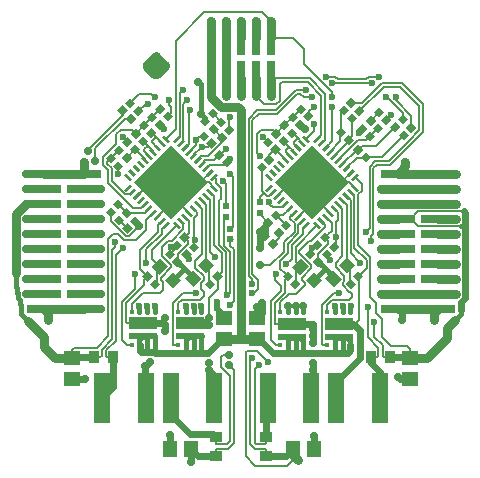
<source format=gtl>
G04 #@! TF.FileFunction,Copper,L1,Top,Signal*
%FSLAX46Y46*%
G04 Gerber Fmt 4.6, Leading zero omitted, Abs format (unit mm)*
G04 Created by KiCad (PCBNEW 4.1.0-alpha+201605071002+6776~44~ubuntu14.04.1-product) date Mon 25 Jul 2016 08:51:32 BST*
%MOMM*%
%LPD*%
G01*
G04 APERTURE LIST*
%ADD10C,0.100000*%
%ADD11R,0.450000X0.450000*%
%ADD12R,2.450000X1.036000*%
%ADD13R,2.450000X0.562000*%
%ADD14R,0.740000X2.920000*%
%ADD15R,0.950000X1.000000*%
%ADD16R,0.620000X0.620000*%
%ADD17R,1.000000X0.950000*%
%ADD18R,1.400000X4.200000*%
%ADD19R,2.920000X0.740000*%
%ADD20C,0.800000*%
%ADD21R,1.450000X1.150000*%
%ADD22R,1.150000X1.450000*%
%ADD23C,0.700000*%
%ADD24C,0.600000*%
%ADD25C,0.740000*%
%ADD26C,0.160000*%
%ADD27C,0.600000*%
%ADD28C,0.400000*%
%ADD29C,0.800000*%
G04 APERTURE END LIST*
D10*
D11*
X105275000Y-108786000D03*
X104625000Y-108786000D03*
X103325000Y-108786000D03*
X103975000Y-108786000D03*
X103325000Y-106014000D03*
X103975000Y-106014000D03*
X104625000Y-106014000D03*
X105275000Y-106014000D03*
D12*
X104300000Y-106966000D03*
D13*
X104300000Y-108071000D03*
D11*
X96650000Y-108772000D03*
X96000000Y-108772000D03*
X94700000Y-108772000D03*
X95350000Y-108772000D03*
X94700000Y-106000000D03*
X95350000Y-106000000D03*
X96000000Y-106000000D03*
X96650000Y-106000000D03*
D12*
X95675000Y-106952000D03*
D13*
X95675000Y-108057000D03*
D11*
X109275000Y-108786000D03*
X108625000Y-108786000D03*
X107325000Y-108786000D03*
X107975000Y-108786000D03*
X107325000Y-106014000D03*
X107975000Y-106014000D03*
X108625000Y-106014000D03*
X109275000Y-106014000D03*
D12*
X108300000Y-106966000D03*
D13*
X108300000Y-108071000D03*
D11*
X92700000Y-108772000D03*
X92050000Y-108772000D03*
X90750000Y-108772000D03*
X91400000Y-108772000D03*
X90750000Y-106000000D03*
X91400000Y-106000000D03*
X92050000Y-106000000D03*
X92700000Y-106000000D03*
D12*
X91725000Y-106952000D03*
D13*
X91725000Y-108057000D03*
D10*
G36*
X92856604Y-90818198D02*
X92418198Y-91256604D01*
X91979792Y-90818198D01*
X92418198Y-90379792D01*
X92856604Y-90818198D01*
X92856604Y-90818198D01*
G37*
G36*
X92220208Y-90181802D02*
X91781802Y-90620208D01*
X91343396Y-90181802D01*
X91781802Y-89743396D01*
X92220208Y-90181802D01*
X92220208Y-90181802D01*
G37*
G36*
X104756604Y-90818198D02*
X104318198Y-91256604D01*
X103879792Y-90818198D01*
X104318198Y-90379792D01*
X104756604Y-90818198D01*
X104756604Y-90818198D01*
G37*
G36*
X104120208Y-90181802D02*
X103681802Y-90620208D01*
X103243396Y-90181802D01*
X103681802Y-89743396D01*
X104120208Y-90181802D01*
X104120208Y-90181802D01*
G37*
G36*
X107918198Y-100043396D02*
X108356604Y-100481802D01*
X107918198Y-100920208D01*
X107479792Y-100481802D01*
X107918198Y-100043396D01*
X107918198Y-100043396D01*
G37*
G36*
X107281802Y-100679792D02*
X107720208Y-101118198D01*
X107281802Y-101556604D01*
X106843396Y-101118198D01*
X107281802Y-100679792D01*
X107281802Y-100679792D01*
G37*
G36*
X96018198Y-100043396D02*
X96456604Y-100481802D01*
X96018198Y-100920208D01*
X95579792Y-100481802D01*
X96018198Y-100043396D01*
X96018198Y-100043396D01*
G37*
G36*
X95381802Y-100679792D02*
X95820208Y-101118198D01*
X95381802Y-101556604D01*
X94943396Y-101118198D01*
X95381802Y-100679792D01*
X95381802Y-100679792D01*
G37*
G36*
X92743396Y-88781802D02*
X93181802Y-88343396D01*
X93620208Y-88781802D01*
X93181802Y-89220208D01*
X92743396Y-88781802D01*
X92743396Y-88781802D01*
G37*
G36*
X93379792Y-89418198D02*
X93818198Y-88979792D01*
X94256604Y-89418198D01*
X93818198Y-89856604D01*
X93379792Y-89418198D01*
X93379792Y-89418198D01*
G37*
D14*
X97460000Y-86215000D03*
X97460000Y-82785000D03*
X98730000Y-86215000D03*
X98730000Y-82785000D03*
X100000000Y-86215000D03*
X100000000Y-82785000D03*
X101270000Y-86215000D03*
X101270000Y-82785000D03*
X102540000Y-86215000D03*
X102540000Y-82785000D03*
D10*
G36*
X104643396Y-88781802D02*
X105081802Y-88343396D01*
X105520208Y-88781802D01*
X105081802Y-89220208D01*
X104643396Y-88781802D01*
X104643396Y-88781802D01*
G37*
G36*
X105279792Y-89418198D02*
X105718198Y-88979792D01*
X106156604Y-89418198D01*
X105718198Y-89856604D01*
X105279792Y-89418198D01*
X105279792Y-89418198D01*
G37*
D15*
X89200000Y-109800000D03*
X87600000Y-109800000D03*
D10*
G36*
X90381802Y-99356604D02*
X89943396Y-98918198D01*
X90381802Y-98479792D01*
X90820208Y-98918198D01*
X90381802Y-99356604D01*
X90381802Y-99356604D01*
G37*
G36*
X91018198Y-98720208D02*
X90579792Y-98281802D01*
X91018198Y-97843396D01*
X91456604Y-98281802D01*
X91018198Y-98720208D01*
X91018198Y-98720208D01*
G37*
G36*
X91318198Y-88543396D02*
X91756604Y-88981802D01*
X91318198Y-89420208D01*
X90879792Y-88981802D01*
X91318198Y-88543396D01*
X91318198Y-88543396D01*
G37*
G36*
X90681802Y-89179792D02*
X91120208Y-89618198D01*
X90681802Y-90056604D01*
X90243396Y-89618198D01*
X90681802Y-89179792D01*
X90681802Y-89179792D01*
G37*
G36*
X91456604Y-92218198D02*
X91018198Y-92656604D01*
X90579792Y-92218198D01*
X91018198Y-91779792D01*
X91456604Y-92218198D01*
X91456604Y-92218198D01*
G37*
G36*
X90820208Y-91581802D02*
X90381802Y-92020208D01*
X89943396Y-91581802D01*
X90381802Y-91143396D01*
X90820208Y-91581802D01*
X90820208Y-91581802D01*
G37*
G36*
X90618198Y-87843396D02*
X91056604Y-88281802D01*
X90618198Y-88720208D01*
X90179792Y-88281802D01*
X90618198Y-87843396D01*
X90618198Y-87843396D01*
G37*
G36*
X89981802Y-88479792D02*
X90420208Y-88918198D01*
X89981802Y-89356604D01*
X89543396Y-88918198D01*
X89981802Y-88479792D01*
X89981802Y-88479792D01*
G37*
G36*
X90756604Y-92918198D02*
X90318198Y-93356604D01*
X89879792Y-92918198D01*
X90318198Y-92479792D01*
X90756604Y-92918198D01*
X90756604Y-92918198D01*
G37*
G36*
X90120208Y-92281802D02*
X89681802Y-92720208D01*
X89243396Y-92281802D01*
X89681802Y-91843396D01*
X90120208Y-92281802D01*
X90120208Y-92281802D01*
G37*
D16*
X99100000Y-99850000D03*
X99100000Y-98950000D03*
D10*
G36*
X96981802Y-90256604D02*
X96543396Y-89818198D01*
X96981802Y-89379792D01*
X97420208Y-89818198D01*
X96981802Y-90256604D01*
X96981802Y-90256604D01*
G37*
G36*
X97618198Y-89620208D02*
X97179792Y-89181802D01*
X97618198Y-88743396D01*
X98056604Y-89181802D01*
X97618198Y-89620208D01*
X97618198Y-89620208D01*
G37*
D16*
X98700000Y-97950000D03*
X98700000Y-97050000D03*
D10*
G36*
X90643396Y-90881802D02*
X91081802Y-90443396D01*
X91520208Y-90881802D01*
X91081802Y-91320208D01*
X90643396Y-90881802D01*
X90643396Y-90881802D01*
G37*
G36*
X91279792Y-91518198D02*
X91718198Y-91079792D01*
X92156604Y-91518198D01*
X91718198Y-91956604D01*
X91279792Y-91518198D01*
X91279792Y-91518198D01*
G37*
D17*
X97900000Y-118200000D03*
X97900000Y-116600000D03*
X102100000Y-116600000D03*
X102100000Y-118200000D03*
D10*
G36*
X103138406Y-100200000D02*
X102700000Y-100638406D01*
X102261594Y-100200000D01*
X102700000Y-99761594D01*
X103138406Y-100200000D01*
X103138406Y-100200000D01*
G37*
G36*
X102502010Y-99563604D02*
X102063604Y-100002010D01*
X101625198Y-99563604D01*
X102063604Y-99125198D01*
X102502010Y-99563604D01*
X102502010Y-99563604D01*
G37*
G36*
X113081802Y-90756604D02*
X112643396Y-90318198D01*
X113081802Y-89879792D01*
X113520208Y-90318198D01*
X113081802Y-90756604D01*
X113081802Y-90756604D01*
G37*
G36*
X113718198Y-90120208D02*
X113279792Y-89681802D01*
X113718198Y-89243396D01*
X114156604Y-89681802D01*
X113718198Y-90120208D01*
X113718198Y-90120208D01*
G37*
G36*
X103356604Y-92218198D02*
X102918198Y-92656604D01*
X102479792Y-92218198D01*
X102918198Y-91779792D01*
X103356604Y-92218198D01*
X103356604Y-92218198D01*
G37*
G36*
X102720208Y-91581802D02*
X102281802Y-92020208D01*
X101843396Y-91581802D01*
X102281802Y-91143396D01*
X102720208Y-91581802D01*
X102720208Y-91581802D01*
G37*
G36*
X113781802Y-91456604D02*
X113343396Y-91018198D01*
X113781802Y-90579792D01*
X114220208Y-91018198D01*
X113781802Y-91456604D01*
X113781802Y-91456604D01*
G37*
G36*
X114418198Y-90820208D02*
X113979792Y-90381802D01*
X114418198Y-89943396D01*
X114856604Y-90381802D01*
X114418198Y-90820208D01*
X114418198Y-90820208D01*
G37*
G36*
X102418198Y-92643396D02*
X102856604Y-93081802D01*
X102418198Y-93520208D01*
X101979792Y-93081802D01*
X102418198Y-92643396D01*
X102418198Y-92643396D01*
G37*
G36*
X101781802Y-93279792D02*
X102220208Y-93718198D01*
X101781802Y-94156604D01*
X101343396Y-93718198D01*
X101781802Y-93279792D01*
X101781802Y-93279792D01*
G37*
G36*
X110036396Y-88525198D02*
X110474802Y-88963604D01*
X110036396Y-89402010D01*
X109597990Y-88963604D01*
X110036396Y-88525198D01*
X110036396Y-88525198D01*
G37*
G36*
X109400000Y-89161594D02*
X109838406Y-89600000D01*
X109400000Y-90038406D01*
X108961594Y-89600000D01*
X109400000Y-89161594D01*
X109400000Y-89161594D01*
G37*
G36*
X112756604Y-89718198D02*
X112318198Y-90156604D01*
X111879792Y-89718198D01*
X112318198Y-89279792D01*
X112756604Y-89718198D01*
X112756604Y-89718198D01*
G37*
G36*
X112120208Y-89081802D02*
X111681802Y-89520208D01*
X111243396Y-89081802D01*
X111681802Y-88643396D01*
X112120208Y-89081802D01*
X112120208Y-89081802D01*
G37*
G36*
X109336396Y-87825198D02*
X109774802Y-88263604D01*
X109336396Y-88702010D01*
X108897990Y-88263604D01*
X109336396Y-87825198D01*
X109336396Y-87825198D01*
G37*
G36*
X108700000Y-88461594D02*
X109138406Y-88900000D01*
X108700000Y-89338406D01*
X108261594Y-88900000D01*
X108700000Y-88461594D01*
X108700000Y-88461594D01*
G37*
D18*
X91950000Y-113300000D03*
X88250000Y-113300000D03*
X94050000Y-113300000D03*
X97750000Y-113300000D03*
X111750000Y-113300000D03*
X108050000Y-113300000D03*
D19*
X113285000Y-94285000D03*
X116715000Y-94285000D03*
X113285000Y-95555000D03*
X116715000Y-95555000D03*
X113285000Y-96825000D03*
X116715000Y-96825000D03*
X113285000Y-98095000D03*
X116715000Y-98095000D03*
X113285000Y-99365000D03*
X116715000Y-99365000D03*
X113285000Y-100635000D03*
X116715000Y-100635000D03*
X113285000Y-101905000D03*
X116715000Y-101905000D03*
X113285000Y-103175000D03*
X116715000Y-103175000D03*
X113285000Y-104445000D03*
X116715000Y-104445000D03*
X113285000Y-105715000D03*
X116715000Y-105715000D03*
X83285000Y-94285000D03*
X86715000Y-94285000D03*
X83285000Y-95555000D03*
X86715000Y-95555000D03*
X83285000Y-96825000D03*
X86715000Y-96825000D03*
X83285000Y-98095000D03*
X86715000Y-98095000D03*
X83285000Y-99365000D03*
X86715000Y-99365000D03*
X83285000Y-100635000D03*
X86715000Y-100635000D03*
X83285000Y-101905000D03*
X86715000Y-101905000D03*
X83285000Y-103175000D03*
X86715000Y-103175000D03*
X83285000Y-104445000D03*
X86715000Y-104445000D03*
X83285000Y-105715000D03*
X86715000Y-105715000D03*
D10*
G36*
X97900699Y-94204505D02*
X98077476Y-94381282D01*
X97582501Y-94876257D01*
X97405724Y-94699480D01*
X97900699Y-94204505D01*
X97900699Y-94204505D01*
G37*
G36*
X97547146Y-93850951D02*
X97723923Y-94027728D01*
X97228948Y-94522703D01*
X97052171Y-94345926D01*
X97547146Y-93850951D01*
X97547146Y-93850951D01*
G37*
G36*
X97193592Y-93497398D02*
X97370369Y-93674175D01*
X96875394Y-94169150D01*
X96698617Y-93992373D01*
X97193592Y-93497398D01*
X97193592Y-93497398D01*
G37*
G36*
X96840039Y-93143844D02*
X97016816Y-93320621D01*
X96521841Y-93815596D01*
X96345064Y-93638819D01*
X96840039Y-93143844D01*
X96840039Y-93143844D01*
G37*
G36*
X96486485Y-92790291D02*
X96663262Y-92967068D01*
X96168287Y-93462043D01*
X95991510Y-93285266D01*
X96486485Y-92790291D01*
X96486485Y-92790291D01*
G37*
G36*
X96132932Y-92436738D02*
X96309709Y-92613515D01*
X95814734Y-93108490D01*
X95637957Y-92931713D01*
X96132932Y-92436738D01*
X96132932Y-92436738D01*
G37*
G36*
X95779379Y-92083184D02*
X95956156Y-92259961D01*
X95461181Y-92754936D01*
X95284404Y-92578159D01*
X95779379Y-92083184D01*
X95779379Y-92083184D01*
G37*
G36*
X95425825Y-91729631D02*
X95602602Y-91906408D01*
X95107627Y-92401383D01*
X94930850Y-92224606D01*
X95425825Y-91729631D01*
X95425825Y-91729631D01*
G37*
G36*
X95072272Y-91376077D02*
X95249049Y-91552854D01*
X94754074Y-92047829D01*
X94577297Y-91871052D01*
X95072272Y-91376077D01*
X95072272Y-91376077D01*
G37*
G36*
X94718718Y-91022524D02*
X94895495Y-91199301D01*
X94400520Y-91694276D01*
X94223743Y-91517499D01*
X94718718Y-91022524D01*
X94718718Y-91022524D01*
G37*
G36*
X93481282Y-91022524D02*
X93976257Y-91517499D01*
X93799480Y-91694276D01*
X93304505Y-91199301D01*
X93481282Y-91022524D01*
X93481282Y-91022524D01*
G37*
G36*
X93127728Y-91376077D02*
X93622703Y-91871052D01*
X93445926Y-92047829D01*
X92950951Y-91552854D01*
X93127728Y-91376077D01*
X93127728Y-91376077D01*
G37*
G36*
X92774175Y-91729631D02*
X93269150Y-92224606D01*
X93092373Y-92401383D01*
X92597398Y-91906408D01*
X92774175Y-91729631D01*
X92774175Y-91729631D01*
G37*
G36*
X92420621Y-92083184D02*
X92915596Y-92578159D01*
X92738819Y-92754936D01*
X92243844Y-92259961D01*
X92420621Y-92083184D01*
X92420621Y-92083184D01*
G37*
G36*
X92067068Y-92436738D02*
X92562043Y-92931713D01*
X92385266Y-93108490D01*
X91890291Y-92613515D01*
X92067068Y-92436738D01*
X92067068Y-92436738D01*
G37*
G36*
X91713515Y-92790291D02*
X92208490Y-93285266D01*
X92031713Y-93462043D01*
X91536738Y-92967068D01*
X91713515Y-92790291D01*
X91713515Y-92790291D01*
G37*
G36*
X91359961Y-93143844D02*
X91854936Y-93638819D01*
X91678159Y-93815596D01*
X91183184Y-93320621D01*
X91359961Y-93143844D01*
X91359961Y-93143844D01*
G37*
G36*
X91006408Y-93497398D02*
X91501383Y-93992373D01*
X91324606Y-94169150D01*
X90829631Y-93674175D01*
X91006408Y-93497398D01*
X91006408Y-93497398D01*
G37*
G36*
X90652854Y-93850951D02*
X91147829Y-94345926D01*
X90971052Y-94522703D01*
X90476077Y-94027728D01*
X90652854Y-93850951D01*
X90652854Y-93850951D01*
G37*
G36*
X90299301Y-94204505D02*
X90794276Y-94699480D01*
X90617499Y-94876257D01*
X90122524Y-94381282D01*
X90299301Y-94204505D01*
X90299301Y-94204505D01*
G37*
G36*
X90617499Y-95123743D02*
X90794276Y-95300520D01*
X90299301Y-95795495D01*
X90122524Y-95618718D01*
X90617499Y-95123743D01*
X90617499Y-95123743D01*
G37*
G36*
X90971052Y-95477297D02*
X91147829Y-95654074D01*
X90652854Y-96149049D01*
X90476077Y-95972272D01*
X90971052Y-95477297D01*
X90971052Y-95477297D01*
G37*
G36*
X91324606Y-95830850D02*
X91501383Y-96007627D01*
X91006408Y-96502602D01*
X90829631Y-96325825D01*
X91324606Y-95830850D01*
X91324606Y-95830850D01*
G37*
G36*
X91678159Y-96184404D02*
X91854936Y-96361181D01*
X91359961Y-96856156D01*
X91183184Y-96679379D01*
X91678159Y-96184404D01*
X91678159Y-96184404D01*
G37*
G36*
X92031713Y-96537957D02*
X92208490Y-96714734D01*
X91713515Y-97209709D01*
X91536738Y-97032932D01*
X92031713Y-96537957D01*
X92031713Y-96537957D01*
G37*
G36*
X92385266Y-96891510D02*
X92562043Y-97068287D01*
X92067068Y-97563262D01*
X91890291Y-97386485D01*
X92385266Y-96891510D01*
X92385266Y-96891510D01*
G37*
G36*
X92738819Y-97245064D02*
X92915596Y-97421841D01*
X92420621Y-97916816D01*
X92243844Y-97740039D01*
X92738819Y-97245064D01*
X92738819Y-97245064D01*
G37*
G36*
X93092373Y-97598617D02*
X93269150Y-97775394D01*
X92774175Y-98270369D01*
X92597398Y-98093592D01*
X93092373Y-97598617D01*
X93092373Y-97598617D01*
G37*
G36*
X93445926Y-97952171D02*
X93622703Y-98128948D01*
X93127728Y-98623923D01*
X92950951Y-98447146D01*
X93445926Y-97952171D01*
X93445926Y-97952171D01*
G37*
G36*
X93799480Y-98305724D02*
X93976257Y-98482501D01*
X93481282Y-98977476D01*
X93304505Y-98800699D01*
X93799480Y-98305724D01*
X93799480Y-98305724D01*
G37*
G36*
X94400520Y-98305724D02*
X94895495Y-98800699D01*
X94718718Y-98977476D01*
X94223743Y-98482501D01*
X94400520Y-98305724D01*
X94400520Y-98305724D01*
G37*
G36*
X94754074Y-97952171D02*
X95249049Y-98447146D01*
X95072272Y-98623923D01*
X94577297Y-98128948D01*
X94754074Y-97952171D01*
X94754074Y-97952171D01*
G37*
G36*
X95107627Y-97598617D02*
X95602602Y-98093592D01*
X95425825Y-98270369D01*
X94930850Y-97775394D01*
X95107627Y-97598617D01*
X95107627Y-97598617D01*
G37*
G36*
X95461181Y-97245064D02*
X95956156Y-97740039D01*
X95779379Y-97916816D01*
X95284404Y-97421841D01*
X95461181Y-97245064D01*
X95461181Y-97245064D01*
G37*
G36*
X95814734Y-96891510D02*
X96309709Y-97386485D01*
X96132932Y-97563262D01*
X95637957Y-97068287D01*
X95814734Y-96891510D01*
X95814734Y-96891510D01*
G37*
G36*
X96168287Y-96537957D02*
X96663262Y-97032932D01*
X96486485Y-97209709D01*
X95991510Y-96714734D01*
X96168287Y-96537957D01*
X96168287Y-96537957D01*
G37*
G36*
X96521841Y-96184404D02*
X97016816Y-96679379D01*
X96840039Y-96856156D01*
X96345064Y-96361181D01*
X96521841Y-96184404D01*
X96521841Y-96184404D01*
G37*
G36*
X96875394Y-95830850D02*
X97370369Y-96325825D01*
X97193592Y-96502602D01*
X96698617Y-96007627D01*
X96875394Y-95830850D01*
X96875394Y-95830850D01*
G37*
G36*
X97228948Y-95477297D02*
X97723923Y-95972272D01*
X97547146Y-96149049D01*
X97052171Y-95654074D01*
X97228948Y-95477297D01*
X97228948Y-95477297D01*
G37*
G36*
X97582501Y-95123743D02*
X98077476Y-95618718D01*
X97900699Y-95795495D01*
X97405724Y-95300520D01*
X97582501Y-95123743D01*
X97582501Y-95123743D01*
G37*
D20*
X95839483Y-95000000D03*
X94969741Y-94130259D03*
X94100000Y-93260517D03*
X94969741Y-95869741D03*
X94100000Y-95000000D03*
X93230259Y-94130259D03*
X94100000Y-96739483D03*
X93230259Y-95869741D03*
X92360517Y-95000000D03*
D10*
G36*
X94100000Y-91874588D02*
X97225412Y-95000000D01*
X94100000Y-98125412D01*
X90974588Y-95000000D01*
X94100000Y-91874588D01*
X94100000Y-91874588D01*
G37*
G36*
X92444886Y-102151993D02*
X93151993Y-101444886D01*
X93823744Y-102116637D01*
X93116637Y-102823744D01*
X92444886Y-102151993D01*
X92444886Y-102151993D01*
G37*
G36*
X93576256Y-103283363D02*
X94283363Y-102576256D01*
X94955114Y-103248007D01*
X94248007Y-103955114D01*
X93576256Y-103283363D01*
X93576256Y-103283363D01*
G37*
G36*
X97048007Y-101344886D02*
X97755114Y-102051993D01*
X97083363Y-102723744D01*
X96376256Y-102016637D01*
X97048007Y-101344886D01*
X97048007Y-101344886D01*
G37*
G36*
X95916637Y-102476256D02*
X96623744Y-103183363D01*
X95951993Y-103855114D01*
X95244886Y-103148007D01*
X95916637Y-102476256D01*
X95916637Y-102476256D01*
G37*
G36*
X104344886Y-102151993D02*
X105051993Y-101444886D01*
X105723744Y-102116637D01*
X105016637Y-102823744D01*
X104344886Y-102151993D01*
X104344886Y-102151993D01*
G37*
G36*
X105476256Y-103283363D02*
X106183363Y-102576256D01*
X106855114Y-103248007D01*
X106148007Y-103955114D01*
X105476256Y-103283363D01*
X105476256Y-103283363D01*
G37*
G36*
X108948007Y-101344886D02*
X109655114Y-102051993D01*
X108983363Y-102723744D01*
X108276256Y-102016637D01*
X108948007Y-101344886D01*
X108948007Y-101344886D01*
G37*
G36*
X107816637Y-102476256D02*
X108523744Y-103183363D01*
X107851993Y-103855114D01*
X107144886Y-103148007D01*
X107816637Y-102476256D01*
X107816637Y-102476256D01*
G37*
D21*
X85700000Y-109900000D03*
X85700000Y-111700000D03*
D10*
G36*
X92043396Y-89481802D02*
X92481802Y-89043396D01*
X92920208Y-89481802D01*
X92481802Y-89920208D01*
X92043396Y-89481802D01*
X92043396Y-89481802D01*
G37*
G36*
X92679792Y-90118198D02*
X93118198Y-89679792D01*
X93556604Y-90118198D01*
X93118198Y-90556604D01*
X92679792Y-90118198D01*
X92679792Y-90118198D01*
G37*
G36*
X95218198Y-99243396D02*
X95656604Y-99681802D01*
X95218198Y-100120208D01*
X94779792Y-99681802D01*
X95218198Y-99243396D01*
X95218198Y-99243396D01*
G37*
G36*
X94581802Y-99879792D02*
X95020208Y-100318198D01*
X94581802Y-100756604D01*
X94143396Y-100318198D01*
X94581802Y-99879792D01*
X94581802Y-99879792D01*
G37*
G36*
X93156604Y-103618198D02*
X92718198Y-104056604D01*
X92279792Y-103618198D01*
X92718198Y-103179792D01*
X93156604Y-103618198D01*
X93156604Y-103618198D01*
G37*
G36*
X92520208Y-102981802D02*
X92081802Y-103420208D01*
X91643396Y-102981802D01*
X92081802Y-102543396D01*
X92520208Y-102981802D01*
X92520208Y-102981802D01*
G37*
G36*
X88543396Y-92981802D02*
X88981802Y-92543396D01*
X89420208Y-92981802D01*
X88981802Y-93420208D01*
X88543396Y-92981802D01*
X88543396Y-92981802D01*
G37*
G36*
X89179792Y-93618198D02*
X89618198Y-93179792D01*
X90056604Y-93618198D01*
X89618198Y-94056604D01*
X89179792Y-93618198D01*
X89179792Y-93618198D01*
G37*
G36*
X89618198Y-96443396D02*
X90056604Y-96881802D01*
X89618198Y-97320208D01*
X89179792Y-96881802D01*
X89618198Y-96443396D01*
X89618198Y-96443396D01*
G37*
G36*
X88981802Y-97079792D02*
X89420208Y-97518198D01*
X88981802Y-97956604D01*
X88543396Y-97518198D01*
X88981802Y-97079792D01*
X88981802Y-97079792D01*
G37*
G36*
X99256604Y-93318198D02*
X98818198Y-93756604D01*
X98379792Y-93318198D01*
X98818198Y-92879792D01*
X99256604Y-93318198D01*
X99256604Y-93318198D01*
G37*
G36*
X98620208Y-92681802D02*
X98181802Y-93120208D01*
X97743396Y-92681802D01*
X98181802Y-92243396D01*
X98620208Y-92681802D01*
X98620208Y-92681802D01*
G37*
D21*
X98600000Y-108300000D03*
X98600000Y-106500000D03*
D10*
G36*
X97956604Y-91718198D02*
X97518198Y-92156604D01*
X97079792Y-91718198D01*
X97518198Y-91279792D01*
X97956604Y-91718198D01*
X97956604Y-91718198D01*
G37*
G36*
X97320208Y-91081802D02*
X96881802Y-91520208D01*
X96443396Y-91081802D01*
X96881802Y-90643396D01*
X97320208Y-91081802D01*
X97320208Y-91081802D01*
G37*
G36*
X99018198Y-90143396D02*
X99456604Y-90581802D01*
X99018198Y-91020208D01*
X98579792Y-90581802D01*
X99018198Y-90143396D01*
X99018198Y-90143396D01*
G37*
G36*
X98381802Y-90779792D02*
X98820208Y-91218198D01*
X98381802Y-91656604D01*
X97943396Y-91218198D01*
X98381802Y-90779792D01*
X98381802Y-90779792D01*
G37*
G36*
X98318198Y-89443396D02*
X98756604Y-89881802D01*
X98318198Y-90320208D01*
X97879792Y-89881802D01*
X98318198Y-89443396D01*
X98318198Y-89443396D01*
G37*
G36*
X97681802Y-90079792D02*
X98120208Y-90518198D01*
X97681802Y-90956604D01*
X97243396Y-90518198D01*
X97681802Y-90079792D01*
X97681802Y-90079792D01*
G37*
G36*
X98018198Y-102543396D02*
X98456604Y-102981802D01*
X98018198Y-103420208D01*
X97579792Y-102981802D01*
X98018198Y-102543396D01*
X98018198Y-102543396D01*
G37*
G36*
X97381802Y-103179792D02*
X97820208Y-103618198D01*
X97381802Y-104056604D01*
X96943396Y-103618198D01*
X97381802Y-103179792D01*
X97381802Y-103179792D01*
G37*
D22*
X95800000Y-117600000D03*
X94000000Y-117600000D03*
D10*
G36*
X103943396Y-89481802D02*
X104381802Y-89043396D01*
X104820208Y-89481802D01*
X104381802Y-89920208D01*
X103943396Y-89481802D01*
X103943396Y-89481802D01*
G37*
G36*
X104579792Y-90118198D02*
X105018198Y-89679792D01*
X105456604Y-90118198D01*
X105018198Y-90556604D01*
X104579792Y-90118198D01*
X104579792Y-90118198D01*
G37*
G36*
X107118198Y-99243396D02*
X107556604Y-99681802D01*
X107118198Y-100120208D01*
X106679792Y-99681802D01*
X107118198Y-99243396D01*
X107118198Y-99243396D01*
G37*
G36*
X106481802Y-99879792D02*
X106920208Y-100318198D01*
X106481802Y-100756604D01*
X106043396Y-100318198D01*
X106481802Y-99879792D01*
X106481802Y-99879792D01*
G37*
G36*
X103818198Y-98193396D02*
X104256604Y-98631802D01*
X103818198Y-99070208D01*
X103379792Y-98631802D01*
X103818198Y-98193396D01*
X103818198Y-98193396D01*
G37*
G36*
X103181802Y-98829792D02*
X103620208Y-99268198D01*
X103181802Y-99706604D01*
X102743396Y-99268198D01*
X103181802Y-98829792D01*
X103181802Y-98829792D01*
G37*
G36*
X105056604Y-103618198D02*
X104618198Y-104056604D01*
X104179792Y-103618198D01*
X104618198Y-103179792D01*
X105056604Y-103618198D01*
X105056604Y-103618198D01*
G37*
G36*
X104420208Y-102981802D02*
X103981802Y-103420208D01*
X103543396Y-102981802D01*
X103981802Y-102543396D01*
X104420208Y-102981802D01*
X104420208Y-102981802D01*
G37*
D16*
X101600000Y-96700000D03*
X101600000Y-97600000D03*
D10*
G36*
X102968198Y-97343396D02*
X103406604Y-97781802D01*
X102968198Y-98220208D01*
X102529792Y-97781802D01*
X102968198Y-97343396D01*
X102968198Y-97343396D01*
G37*
G36*
X102331802Y-97979792D02*
X102770208Y-98418198D01*
X102331802Y-98856604D01*
X101893396Y-98418198D01*
X102331802Y-97979792D01*
X102331802Y-97979792D01*
G37*
G36*
X111006604Y-92868198D02*
X110568198Y-93306604D01*
X110129792Y-92868198D01*
X110568198Y-92429792D01*
X111006604Y-92868198D01*
X111006604Y-92868198D01*
G37*
G36*
X110370208Y-92231802D02*
X109931802Y-92670208D01*
X109493396Y-92231802D01*
X109931802Y-91793396D01*
X110370208Y-92231802D01*
X110370208Y-92231802D01*
G37*
D21*
X101400000Y-108300000D03*
X101400000Y-106500000D03*
D10*
G36*
X109556604Y-91418198D02*
X109118198Y-91856604D01*
X108679792Y-91418198D01*
X109118198Y-90979792D01*
X109556604Y-91418198D01*
X109556604Y-91418198D01*
G37*
G36*
X108920208Y-90781802D02*
X108481802Y-91220208D01*
X108043396Y-90781802D01*
X108481802Y-90343396D01*
X108920208Y-90781802D01*
X108920208Y-90781802D01*
G37*
G36*
X110543396Y-89781802D02*
X110981802Y-89343396D01*
X111420208Y-89781802D01*
X110981802Y-90220208D01*
X110543396Y-89781802D01*
X110543396Y-89781802D01*
G37*
G36*
X111179792Y-90418198D02*
X111618198Y-89979792D01*
X112056604Y-90418198D01*
X111618198Y-90856604D01*
X111179792Y-90418198D01*
X111179792Y-90418198D01*
G37*
D21*
X114300000Y-109900000D03*
X114300000Y-111700000D03*
D10*
G36*
X109800699Y-94204505D02*
X109977476Y-94381282D01*
X109482501Y-94876257D01*
X109305724Y-94699480D01*
X109800699Y-94204505D01*
X109800699Y-94204505D01*
G37*
G36*
X109447146Y-93850951D02*
X109623923Y-94027728D01*
X109128948Y-94522703D01*
X108952171Y-94345926D01*
X109447146Y-93850951D01*
X109447146Y-93850951D01*
G37*
G36*
X109093592Y-93497398D02*
X109270369Y-93674175D01*
X108775394Y-94169150D01*
X108598617Y-93992373D01*
X109093592Y-93497398D01*
X109093592Y-93497398D01*
G37*
G36*
X108740039Y-93143844D02*
X108916816Y-93320621D01*
X108421841Y-93815596D01*
X108245064Y-93638819D01*
X108740039Y-93143844D01*
X108740039Y-93143844D01*
G37*
G36*
X108386485Y-92790291D02*
X108563262Y-92967068D01*
X108068287Y-93462043D01*
X107891510Y-93285266D01*
X108386485Y-92790291D01*
X108386485Y-92790291D01*
G37*
G36*
X108032932Y-92436738D02*
X108209709Y-92613515D01*
X107714734Y-93108490D01*
X107537957Y-92931713D01*
X108032932Y-92436738D01*
X108032932Y-92436738D01*
G37*
G36*
X107679379Y-92083184D02*
X107856156Y-92259961D01*
X107361181Y-92754936D01*
X107184404Y-92578159D01*
X107679379Y-92083184D01*
X107679379Y-92083184D01*
G37*
G36*
X107325825Y-91729631D02*
X107502602Y-91906408D01*
X107007627Y-92401383D01*
X106830850Y-92224606D01*
X107325825Y-91729631D01*
X107325825Y-91729631D01*
G37*
G36*
X106972272Y-91376077D02*
X107149049Y-91552854D01*
X106654074Y-92047829D01*
X106477297Y-91871052D01*
X106972272Y-91376077D01*
X106972272Y-91376077D01*
G37*
G36*
X106618718Y-91022524D02*
X106795495Y-91199301D01*
X106300520Y-91694276D01*
X106123743Y-91517499D01*
X106618718Y-91022524D01*
X106618718Y-91022524D01*
G37*
G36*
X105381282Y-91022524D02*
X105876257Y-91517499D01*
X105699480Y-91694276D01*
X105204505Y-91199301D01*
X105381282Y-91022524D01*
X105381282Y-91022524D01*
G37*
G36*
X105027728Y-91376077D02*
X105522703Y-91871052D01*
X105345926Y-92047829D01*
X104850951Y-91552854D01*
X105027728Y-91376077D01*
X105027728Y-91376077D01*
G37*
G36*
X104674175Y-91729631D02*
X105169150Y-92224606D01*
X104992373Y-92401383D01*
X104497398Y-91906408D01*
X104674175Y-91729631D01*
X104674175Y-91729631D01*
G37*
G36*
X104320621Y-92083184D02*
X104815596Y-92578159D01*
X104638819Y-92754936D01*
X104143844Y-92259961D01*
X104320621Y-92083184D01*
X104320621Y-92083184D01*
G37*
G36*
X103967068Y-92436738D02*
X104462043Y-92931713D01*
X104285266Y-93108490D01*
X103790291Y-92613515D01*
X103967068Y-92436738D01*
X103967068Y-92436738D01*
G37*
G36*
X103613515Y-92790291D02*
X104108490Y-93285266D01*
X103931713Y-93462043D01*
X103436738Y-92967068D01*
X103613515Y-92790291D01*
X103613515Y-92790291D01*
G37*
G36*
X103259961Y-93143844D02*
X103754936Y-93638819D01*
X103578159Y-93815596D01*
X103083184Y-93320621D01*
X103259961Y-93143844D01*
X103259961Y-93143844D01*
G37*
G36*
X102906408Y-93497398D02*
X103401383Y-93992373D01*
X103224606Y-94169150D01*
X102729631Y-93674175D01*
X102906408Y-93497398D01*
X102906408Y-93497398D01*
G37*
G36*
X102552854Y-93850951D02*
X103047829Y-94345926D01*
X102871052Y-94522703D01*
X102376077Y-94027728D01*
X102552854Y-93850951D01*
X102552854Y-93850951D01*
G37*
G36*
X102199301Y-94204505D02*
X102694276Y-94699480D01*
X102517499Y-94876257D01*
X102022524Y-94381282D01*
X102199301Y-94204505D01*
X102199301Y-94204505D01*
G37*
G36*
X102517499Y-95123743D02*
X102694276Y-95300520D01*
X102199301Y-95795495D01*
X102022524Y-95618718D01*
X102517499Y-95123743D01*
X102517499Y-95123743D01*
G37*
G36*
X102871052Y-95477297D02*
X103047829Y-95654074D01*
X102552854Y-96149049D01*
X102376077Y-95972272D01*
X102871052Y-95477297D01*
X102871052Y-95477297D01*
G37*
G36*
X103224606Y-95830850D02*
X103401383Y-96007627D01*
X102906408Y-96502602D01*
X102729631Y-96325825D01*
X103224606Y-95830850D01*
X103224606Y-95830850D01*
G37*
G36*
X103578159Y-96184404D02*
X103754936Y-96361181D01*
X103259961Y-96856156D01*
X103083184Y-96679379D01*
X103578159Y-96184404D01*
X103578159Y-96184404D01*
G37*
G36*
X103931713Y-96537957D02*
X104108490Y-96714734D01*
X103613515Y-97209709D01*
X103436738Y-97032932D01*
X103931713Y-96537957D01*
X103931713Y-96537957D01*
G37*
G36*
X104285266Y-96891510D02*
X104462043Y-97068287D01*
X103967068Y-97563262D01*
X103790291Y-97386485D01*
X104285266Y-96891510D01*
X104285266Y-96891510D01*
G37*
G36*
X104638819Y-97245064D02*
X104815596Y-97421841D01*
X104320621Y-97916816D01*
X104143844Y-97740039D01*
X104638819Y-97245064D01*
X104638819Y-97245064D01*
G37*
G36*
X104992373Y-97598617D02*
X105169150Y-97775394D01*
X104674175Y-98270369D01*
X104497398Y-98093592D01*
X104992373Y-97598617D01*
X104992373Y-97598617D01*
G37*
G36*
X105345926Y-97952171D02*
X105522703Y-98128948D01*
X105027728Y-98623923D01*
X104850951Y-98447146D01*
X105345926Y-97952171D01*
X105345926Y-97952171D01*
G37*
G36*
X105699480Y-98305724D02*
X105876257Y-98482501D01*
X105381282Y-98977476D01*
X105204505Y-98800699D01*
X105699480Y-98305724D01*
X105699480Y-98305724D01*
G37*
G36*
X106300520Y-98305724D02*
X106795495Y-98800699D01*
X106618718Y-98977476D01*
X106123743Y-98482501D01*
X106300520Y-98305724D01*
X106300520Y-98305724D01*
G37*
G36*
X106654074Y-97952171D02*
X107149049Y-98447146D01*
X106972272Y-98623923D01*
X106477297Y-98128948D01*
X106654074Y-97952171D01*
X106654074Y-97952171D01*
G37*
G36*
X107007627Y-97598617D02*
X107502602Y-98093592D01*
X107325825Y-98270369D01*
X106830850Y-97775394D01*
X107007627Y-97598617D01*
X107007627Y-97598617D01*
G37*
G36*
X107361181Y-97245064D02*
X107856156Y-97740039D01*
X107679379Y-97916816D01*
X107184404Y-97421841D01*
X107361181Y-97245064D01*
X107361181Y-97245064D01*
G37*
G36*
X107714734Y-96891510D02*
X108209709Y-97386485D01*
X108032932Y-97563262D01*
X107537957Y-97068287D01*
X107714734Y-96891510D01*
X107714734Y-96891510D01*
G37*
G36*
X108068287Y-96537957D02*
X108563262Y-97032932D01*
X108386485Y-97209709D01*
X107891510Y-96714734D01*
X108068287Y-96537957D01*
X108068287Y-96537957D01*
G37*
G36*
X108421841Y-96184404D02*
X108916816Y-96679379D01*
X108740039Y-96856156D01*
X108245064Y-96361181D01*
X108421841Y-96184404D01*
X108421841Y-96184404D01*
G37*
G36*
X108775394Y-95830850D02*
X109270369Y-96325825D01*
X109093592Y-96502602D01*
X108598617Y-96007627D01*
X108775394Y-95830850D01*
X108775394Y-95830850D01*
G37*
G36*
X109128948Y-95477297D02*
X109623923Y-95972272D01*
X109447146Y-96149049D01*
X108952171Y-95654074D01*
X109128948Y-95477297D01*
X109128948Y-95477297D01*
G37*
G36*
X109482501Y-95123743D02*
X109977476Y-95618718D01*
X109800699Y-95795495D01*
X109305724Y-95300520D01*
X109482501Y-95123743D01*
X109482501Y-95123743D01*
G37*
D20*
X107739483Y-95000000D03*
X106869741Y-94130259D03*
X106000000Y-93260517D03*
X106869741Y-95869741D03*
X106000000Y-95000000D03*
X105130259Y-94130259D03*
X106000000Y-96739483D03*
X105130259Y-95869741D03*
X104260517Y-95000000D03*
D10*
G36*
X106000000Y-91874588D02*
X109125412Y-95000000D01*
X106000000Y-98125412D01*
X102874588Y-95000000D01*
X106000000Y-91874588D01*
X106000000Y-91874588D01*
G37*
D15*
X112600000Y-109800000D03*
X111000000Y-109800000D03*
D10*
G36*
X102543396Y-90881802D02*
X102981802Y-90443396D01*
X103420208Y-90881802D01*
X102981802Y-91320208D01*
X102543396Y-90881802D01*
X102543396Y-90881802D01*
G37*
G36*
X103179792Y-91518198D02*
X103618198Y-91079792D01*
X104056604Y-91518198D01*
X103618198Y-91956604D01*
X103179792Y-91518198D01*
X103179792Y-91518198D01*
G37*
D18*
X105950000Y-113300000D03*
X102250000Y-113300000D03*
D10*
G36*
X109918198Y-102543396D02*
X110356604Y-102981802D01*
X109918198Y-103420208D01*
X109479792Y-102981802D01*
X109918198Y-102543396D01*
X109918198Y-102543396D01*
G37*
G36*
X109281802Y-103179792D02*
X109720208Y-103618198D01*
X109281802Y-104056604D01*
X108843396Y-103618198D01*
X109281802Y-103179792D01*
X109281802Y-103179792D01*
G37*
G36*
X109843396Y-90481802D02*
X110281802Y-90043396D01*
X110720208Y-90481802D01*
X110281802Y-90920208D01*
X109843396Y-90481802D01*
X109843396Y-90481802D01*
G37*
G36*
X110479792Y-91118198D02*
X110918198Y-90679792D01*
X111356604Y-91118198D01*
X110918198Y-91556604D01*
X110479792Y-91118198D01*
X110479792Y-91118198D01*
G37*
D22*
X104400000Y-117600000D03*
X106200000Y-117600000D03*
D10*
G36*
X90318198Y-97143396D02*
X90756604Y-97581802D01*
X90318198Y-98020208D01*
X89879792Y-97581802D01*
X90318198Y-97143396D01*
X90318198Y-97143396D01*
G37*
G36*
X89681802Y-97779792D02*
X90120208Y-98218198D01*
X89681802Y-98656604D01*
X89243396Y-98218198D01*
X89681802Y-97779792D01*
X89681802Y-97779792D01*
G37*
G36*
X95056604Y-101718198D02*
X94618198Y-102156604D01*
X94179792Y-101718198D01*
X94618198Y-101279792D01*
X95056604Y-101718198D01*
X95056604Y-101718198D01*
G37*
G36*
X94420208Y-101081802D02*
X93981802Y-101520208D01*
X93543396Y-101081802D01*
X93981802Y-100643396D01*
X94420208Y-101081802D01*
X94420208Y-101081802D01*
G37*
G36*
X106956604Y-101718198D02*
X106518198Y-102156604D01*
X106079792Y-101718198D01*
X106518198Y-101279792D01*
X106956604Y-101718198D01*
X106956604Y-101718198D01*
G37*
G36*
X106320208Y-101081802D02*
X105881802Y-101520208D01*
X105443396Y-101081802D01*
X105881802Y-100643396D01*
X106320208Y-101081802D01*
X106320208Y-101081802D01*
G37*
G36*
X92876558Y-83985536D02*
X92922668Y-83992376D01*
X92967885Y-84003702D01*
X93011775Y-84019406D01*
X93053913Y-84039336D01*
X93093896Y-84063301D01*
X93131337Y-84091069D01*
X93165876Y-84122373D01*
X93837627Y-84794124D01*
X93868931Y-84828663D01*
X93896699Y-84866104D01*
X93920664Y-84906087D01*
X93940594Y-84948225D01*
X93956298Y-84992115D01*
X93967624Y-85037332D01*
X93974464Y-85083442D01*
X93976751Y-85130000D01*
X93974464Y-85176558D01*
X93967624Y-85222668D01*
X93956298Y-85267885D01*
X93940594Y-85311775D01*
X93920664Y-85353913D01*
X93896699Y-85393896D01*
X93868931Y-85431337D01*
X93837627Y-85465876D01*
X93165876Y-86137627D01*
X93131337Y-86168931D01*
X93093896Y-86196699D01*
X93053913Y-86220664D01*
X93011775Y-86240594D01*
X92967885Y-86256298D01*
X92922668Y-86267624D01*
X92876558Y-86274464D01*
X92830000Y-86276751D01*
X92783442Y-86274464D01*
X92737332Y-86267624D01*
X92692115Y-86256298D01*
X92648225Y-86240594D01*
X92606087Y-86220664D01*
X92566104Y-86196699D01*
X92528663Y-86168931D01*
X92494124Y-86137627D01*
X91822373Y-85465876D01*
X91791069Y-85431337D01*
X91763301Y-85393896D01*
X91739336Y-85353913D01*
X91719406Y-85311775D01*
X91703702Y-85267885D01*
X91692376Y-85222668D01*
X91685536Y-85176558D01*
X91683249Y-85130000D01*
X91685536Y-85083442D01*
X91692376Y-85037332D01*
X91703702Y-84992115D01*
X91719406Y-84948225D01*
X91739336Y-84906087D01*
X91763301Y-84866104D01*
X91791069Y-84828663D01*
X91822373Y-84794124D01*
X92494124Y-84122373D01*
X92528663Y-84091069D01*
X92566104Y-84063301D01*
X92606087Y-84039336D01*
X92648225Y-84019406D01*
X92692115Y-84003702D01*
X92737332Y-83992376D01*
X92783442Y-83985536D01*
X92830000Y-83983249D01*
X92876558Y-83985536D01*
X92876558Y-83985536D01*
G37*
D23*
X116350000Y-106650000D03*
X83630000Y-106640000D03*
X101600000Y-100600000D03*
X101600000Y-99200000D03*
X101800000Y-105250000D03*
X101350000Y-105600000D03*
X113900000Y-93300000D03*
X105400000Y-90500000D03*
X113300000Y-111500000D03*
X106200000Y-116500000D03*
X105280000Y-105510000D03*
X104630000Y-105510000D03*
X104000000Y-105500000D03*
D24*
X107990000Y-105510000D03*
X108630000Y-105510000D03*
X109280000Y-105510000D03*
X107500000Y-101550000D03*
X106050000Y-100550000D03*
X112700000Y-89300000D03*
X110003500Y-90862314D03*
X101900000Y-91200000D03*
D23*
X113640000Y-106660000D03*
X118180000Y-94290000D03*
X94000000Y-116400000D03*
X86800000Y-111700000D03*
D24*
X97960000Y-105140000D03*
X97960000Y-105690000D03*
X91400000Y-105490000D03*
X92060000Y-105490000D03*
X92700000Y-105490000D03*
X96650000Y-105490000D03*
X96000000Y-105500000D03*
X95360000Y-105490000D03*
X94100000Y-100500000D03*
X95600000Y-101500000D03*
D23*
X91400000Y-98700000D03*
X96400000Y-86500000D03*
X96600000Y-89200000D03*
D24*
X99100000Y-89500000D03*
D23*
X86700000Y-93300000D03*
D24*
X89600000Y-94300000D03*
X93500000Y-90500000D03*
X90000000Y-91200000D03*
D23*
X88180000Y-105720000D03*
X81820000Y-94290000D03*
D24*
X108020010Y-99680000D03*
X100016614Y-99900000D03*
X96130000Y-99910000D03*
D23*
X97460000Y-81320000D03*
X97460000Y-87680000D03*
X106100000Y-110900000D03*
X106100000Y-110300000D03*
X106100000Y-107400000D03*
X106100000Y-108000000D03*
X106100000Y-108600000D03*
D24*
X101600000Y-92800000D03*
X102400000Y-96700000D03*
D23*
X97300000Y-110900000D03*
X97300000Y-110300000D03*
X97300000Y-107100000D03*
X97303182Y-106502059D03*
D24*
X99100000Y-94300000D03*
X96694938Y-91994938D03*
X98500000Y-94900000D03*
X96157536Y-91457536D03*
X99100000Y-93000000D03*
X92700000Y-87800000D03*
X98700000Y-92200000D03*
X92162597Y-88337403D03*
D23*
X91900000Y-110600000D03*
X92300000Y-110200000D03*
X93600000Y-107600000D03*
X93600000Y-107100000D03*
X93600000Y-106500000D03*
D24*
X107700000Y-88600000D03*
X106200000Y-88600000D03*
X102978627Y-102742304D03*
X103850000Y-101950000D03*
X108300000Y-104400000D03*
X110100000Y-101850000D03*
X93900000Y-88000000D03*
X95700000Y-88900000D03*
X91000000Y-102800000D03*
X92000000Y-101800000D03*
X96200000Y-104400000D03*
X97800000Y-101300000D03*
D23*
X88180000Y-95550000D03*
X81820000Y-96820000D03*
D24*
X89300000Y-100100000D03*
D23*
X87650000Y-93200000D03*
X88180000Y-96830000D03*
X81820000Y-98090000D03*
X95800000Y-118700000D03*
X99000000Y-110500000D03*
D24*
X98790000Y-104580000D03*
D23*
X81820000Y-99370000D03*
X88180000Y-99370000D03*
X81820000Y-100630000D03*
X88180000Y-100630000D03*
X81820000Y-101910000D03*
X81820000Y-103180000D03*
X88180000Y-103180000D03*
X81820000Y-104440000D03*
X88180000Y-104450000D03*
X88180000Y-98100000D03*
X98730000Y-81320000D03*
X98730000Y-87680000D03*
X100000000Y-87680000D03*
X100000000Y-81320000D03*
X101270000Y-81320000D03*
X111820000Y-95550000D03*
X118180000Y-95560000D03*
X111820000Y-96830000D03*
X118180000Y-96830000D03*
X111820000Y-98090000D03*
D24*
X111300000Y-106800000D03*
X111000000Y-100000000D03*
D23*
X118180000Y-98090000D03*
X118180000Y-99360000D03*
X118180000Y-100630000D03*
X111820000Y-101900000D03*
X118180000Y-101900000D03*
X111820000Y-103180000D03*
X118180000Y-103180000D03*
X111820000Y-104440000D03*
X118180000Y-104440000D03*
D24*
X110748111Y-105600000D03*
X110600000Y-99200000D03*
X101500000Y-110500000D03*
X105500000Y-87200000D03*
X107162597Y-86062597D03*
X111700000Y-86100000D03*
X113099241Y-87760762D03*
X100900000Y-103589997D03*
D23*
X99000000Y-109600000D03*
D24*
X99110000Y-105360000D03*
X90000000Y-100600000D03*
D23*
X87050000Y-92400000D03*
X111820000Y-99360000D03*
X104860000Y-118560000D03*
D24*
X106000000Y-87800000D03*
X107700000Y-86600000D03*
X100950000Y-109850000D03*
X100900000Y-104350000D03*
D23*
X101600000Y-102050000D03*
D24*
X102300000Y-110200000D03*
X111100000Y-86600000D03*
X112300000Y-87800000D03*
D23*
X111820000Y-100640000D03*
X81820000Y-95560000D03*
X88180000Y-101900000D03*
D24*
X95100000Y-87200000D03*
D23*
X101270000Y-87690000D03*
D24*
X95400000Y-88000000D03*
D23*
X102540000Y-87690000D03*
D24*
X107700000Y-87800000D03*
X106200000Y-90100000D03*
D23*
X102540000Y-81320000D03*
D25*
X116350000Y-106650000D02*
X116350000Y-106080000D01*
X116350000Y-106080000D02*
X116715000Y-105715000D01*
X83630000Y-106640000D02*
X83630000Y-106060000D01*
X83630000Y-106060000D02*
X83285000Y-105715000D01*
D26*
X101600000Y-97600000D02*
X101600000Y-97686396D01*
X101600000Y-97686396D02*
X102331802Y-98418198D01*
D27*
X101600000Y-99200000D02*
X101600000Y-100600000D01*
X102063604Y-98686396D02*
X102063604Y-98736396D01*
X102063604Y-98736396D02*
X101600000Y-99200000D01*
X102331802Y-98418198D02*
X102063604Y-98686396D01*
X102063604Y-98686396D02*
X102063604Y-99563604D01*
X101800000Y-105250000D02*
X101800000Y-106100000D01*
X101800000Y-106100000D02*
X101400000Y-106500000D01*
X101400000Y-105650000D02*
X101800000Y-105250000D01*
X101400000Y-106500000D02*
X101400000Y-105650000D01*
X101400000Y-105650000D02*
X101350000Y-105600000D01*
D25*
X83285000Y-105715000D02*
X86715000Y-105715000D01*
X83285000Y-94285000D02*
X86715000Y-94285000D01*
X113285000Y-94285000D02*
X116715000Y-94285000D01*
X113285000Y-105715000D02*
X116715000Y-105715000D01*
D27*
X113640000Y-106660000D02*
X113640000Y-106070000D01*
X113640000Y-106070000D02*
X113285000Y-105715000D01*
D25*
X113900000Y-93300000D02*
X113900000Y-93670000D01*
X113900000Y-93670000D02*
X113285000Y-94285000D01*
D26*
X105018198Y-90118198D02*
X105400000Y-90500000D01*
D27*
X114300000Y-111700000D02*
X113500000Y-111700000D01*
X113500000Y-111700000D02*
X113300000Y-111500000D01*
X106200000Y-117600000D02*
X106200000Y-116500000D01*
D28*
X105275000Y-106014000D02*
X105275000Y-105515000D01*
X105275000Y-105515000D02*
X105280000Y-105510000D01*
X104625000Y-106014000D02*
X104625000Y-105515000D01*
X104625000Y-105515000D02*
X104630000Y-105510000D01*
X103975000Y-106014000D02*
X103975000Y-105525000D01*
X103975000Y-105525000D02*
X104000000Y-105500000D01*
X107975000Y-106014000D02*
X107975000Y-105525000D01*
X107975000Y-105525000D02*
X107990000Y-105510000D01*
X108625000Y-106014000D02*
X108625000Y-105515000D01*
X108625000Y-105515000D02*
X108630000Y-105510000D01*
X109275000Y-106014000D02*
X109275000Y-105515000D01*
X109275000Y-105515000D02*
X109280000Y-105510000D01*
D26*
X107281802Y-101118198D02*
X107281802Y-101331802D01*
X107281802Y-101331802D02*
X107500000Y-101550000D01*
X106100000Y-100700000D02*
X106481802Y-100318198D01*
X105881802Y-100918198D02*
X106100000Y-100700000D01*
X106100000Y-100700000D02*
X106100000Y-100600000D01*
X106100000Y-100600000D02*
X106050000Y-100550000D01*
X105881802Y-101081802D02*
X105881802Y-100918198D01*
X112318198Y-89718198D02*
X112318198Y-89681802D01*
X112318198Y-89681802D02*
X112700000Y-89300000D01*
X110281802Y-90481802D02*
X110281802Y-90584012D01*
X110281802Y-90584012D02*
X110003500Y-90862314D01*
X109288047Y-94186827D02*
X108474874Y-95000000D01*
X108474874Y-95000000D02*
X106000000Y-95000000D01*
X109641600Y-95459619D02*
X109181981Y-95000000D01*
X109181981Y-95000000D02*
X106000000Y-95000000D01*
X107520280Y-97580940D02*
X106678823Y-96739483D01*
X106678823Y-96739483D02*
X106000000Y-96739483D01*
X104833274Y-97934493D02*
X106000000Y-96767767D01*
X106000000Y-96767767D02*
X106000000Y-95000000D01*
X103065507Y-96166726D02*
X104232233Y-95000000D01*
X104232233Y-95000000D02*
X106000000Y-95000000D01*
X102281802Y-91581802D02*
X101900000Y-91200000D01*
D25*
X118180000Y-94290000D02*
X116720000Y-94290000D01*
X116720000Y-94290000D02*
X116715000Y-94285000D01*
D27*
X94000000Y-117600000D02*
X94000000Y-116400000D01*
X85700000Y-111700000D02*
X86800000Y-111700000D01*
D28*
X97960000Y-105690000D02*
X97960000Y-105140000D01*
X98600000Y-106500000D02*
X98600000Y-106330000D01*
X98600000Y-106330000D02*
X97960000Y-105690000D01*
X91400000Y-106000000D02*
X91400000Y-105490000D01*
X92050000Y-106000000D02*
X92050000Y-105500000D01*
X92050000Y-105500000D02*
X92060000Y-105490000D01*
X92700000Y-106000000D02*
X92700000Y-105490000D01*
X96650000Y-106000000D02*
X96650000Y-105490000D01*
X96000000Y-106000000D02*
X96000000Y-105500000D01*
X95350000Y-106000000D02*
X95350000Y-105500000D01*
X95350000Y-105500000D02*
X95360000Y-105490000D01*
D26*
X94363604Y-100700000D02*
X93981802Y-101081802D01*
X94581802Y-100481802D02*
X94363604Y-100700000D01*
X94300000Y-100700000D02*
X94100000Y-100500000D01*
X94363604Y-100700000D02*
X94300000Y-100700000D01*
X95381802Y-101118198D02*
X95381802Y-101281802D01*
X95381802Y-101281802D02*
X95600000Y-101500000D01*
X95381802Y-101118198D02*
X95418198Y-101118198D01*
X92933274Y-97934493D02*
X94100000Y-96767767D01*
X94100000Y-96767767D02*
X94100000Y-95000000D01*
X88981802Y-97518198D02*
X88981802Y-98296030D01*
X88981802Y-98296030D02*
X90282386Y-99596614D01*
X90282386Y-99596614D02*
X90503386Y-99596614D01*
X90503386Y-99596614D02*
X91050001Y-99049999D01*
X91050001Y-99049999D02*
X91400000Y-98700000D01*
X91018198Y-98281802D02*
X91018198Y-98318198D01*
X91018198Y-98318198D02*
X91400000Y-98700000D01*
D28*
X96600000Y-89200000D02*
X96600000Y-86700000D01*
X96600000Y-86700000D02*
X96400000Y-86500000D01*
X96981802Y-89818198D02*
X96981802Y-89581802D01*
X96981802Y-89581802D02*
X96600000Y-89200000D01*
D26*
X99018198Y-90581802D02*
X99018198Y-89581802D01*
X99018198Y-89581802D02*
X99100000Y-89500000D01*
X96981802Y-89818198D02*
X96881802Y-89818198D01*
X93981802Y-101081802D02*
X93981802Y-101118198D01*
D25*
X86715000Y-94285000D02*
X86715000Y-93315000D01*
X86715000Y-93315000D02*
X86700000Y-93300000D01*
D26*
X96881802Y-90018198D02*
X96856460Y-90018198D01*
X89618198Y-93618198D02*
X89618198Y-94281802D01*
X89618198Y-94281802D02*
X89600000Y-94300000D01*
X93118198Y-90118198D02*
X93500000Y-90500000D01*
X97388047Y-94186827D02*
X96574874Y-95000000D01*
X96574874Y-95000000D02*
X94100000Y-95000000D01*
X97741600Y-95459619D02*
X97281981Y-95000000D01*
X97281981Y-95000000D02*
X94100000Y-95000000D01*
X95620280Y-97580940D02*
X94100000Y-96060660D01*
X94100000Y-96060660D02*
X94100000Y-95000000D01*
X91165507Y-96166726D02*
X92332233Y-95000000D01*
X92332233Y-95000000D02*
X94100000Y-95000000D01*
X93118198Y-90118198D02*
X93118198Y-90081802D01*
X90381802Y-91581802D02*
X90000000Y-91200000D01*
X89618198Y-93618198D02*
X89618198Y-93881802D01*
D28*
X86715000Y-105715000D02*
X88175000Y-105715000D01*
X88175000Y-105715000D02*
X88180000Y-105720000D01*
X81820000Y-94290000D02*
X83280000Y-94290000D01*
X83280000Y-94290000D02*
X83285000Y-94285000D01*
D26*
X108300000Y-106966000D02*
X109685000Y-106966000D01*
X109685000Y-106966000D02*
X110000000Y-106651000D01*
X110000000Y-106651000D02*
X110000000Y-103063604D01*
X110000000Y-103063604D02*
X109918198Y-102981802D01*
D27*
X108300000Y-106966000D02*
X109529002Y-106966000D01*
X109529002Y-106966000D02*
X110064999Y-107501997D01*
X108050000Y-111900000D02*
X108050000Y-113300000D01*
X110064999Y-107501997D02*
X110064999Y-109885001D01*
X110064999Y-109885001D02*
X108050000Y-111900000D01*
D26*
X109605705Y-99944295D02*
X109605705Y-100556503D01*
X109605705Y-100556503D02*
X110640001Y-101590799D01*
X110640001Y-101590799D02*
X110640001Y-102259999D01*
X110208111Y-102691889D02*
X109918198Y-102981802D01*
X110640001Y-102259999D02*
X110208111Y-102691889D01*
X109288047Y-95813173D02*
X109606244Y-96131370D01*
X109606244Y-96131370D02*
X109606244Y-99943756D01*
X109606244Y-99943756D02*
X109605705Y-99944295D01*
X108965685Y-102034315D02*
X109239782Y-102308412D01*
X109239782Y-102308412D02*
X109239782Y-103576178D01*
X109239782Y-103576178D02*
X109281802Y-103618198D01*
X108580940Y-96520280D02*
X108965685Y-96905025D01*
X108965685Y-96905025D02*
X108965685Y-102034315D01*
X111681802Y-89081802D02*
X110981802Y-89781802D01*
X110918198Y-91118198D02*
X111618198Y-90418198D01*
X109953553Y-91400000D02*
X109961664Y-91408111D01*
X109961664Y-91408111D02*
X110628285Y-91408111D01*
X110628285Y-91408111D02*
X110918198Y-91118198D01*
X108227386Y-93126167D02*
X109953553Y-91400000D01*
D28*
X107100000Y-102300000D02*
X107834315Y-103034315D01*
X106518198Y-101718198D02*
X107100000Y-102300000D01*
D26*
X107100000Y-102300000D02*
X107100000Y-102331370D01*
D28*
X107100000Y-102331370D02*
X106165685Y-103265685D01*
D26*
X107834315Y-103034315D02*
X107834315Y-103165685D01*
X106603386Y-101018782D02*
X106581218Y-101018782D01*
X106581218Y-101018782D02*
X106560218Y-101039782D01*
X106560218Y-101039782D02*
X106560218Y-101676178D01*
X106560218Y-101676178D02*
X106518198Y-101718198D01*
X107118198Y-99681802D02*
X107408111Y-99971715D01*
X107408111Y-100214057D02*
X106603386Y-101018782D01*
X107408111Y-99971715D02*
X107408111Y-100214057D01*
X107166726Y-97934493D02*
X107700000Y-98467767D01*
X107700000Y-98467767D02*
X107700000Y-99100000D01*
X107700000Y-99100000D02*
X107408111Y-99391889D01*
X107408111Y-99391889D02*
X107118198Y-99681802D01*
X109118198Y-91418198D02*
X109408111Y-91128285D01*
X109408111Y-91128285D02*
X109408111Y-89608111D01*
X109408111Y-89608111D02*
X109400000Y-89600000D01*
X107873833Y-92772614D02*
X109118198Y-91528249D01*
X109118198Y-91528249D02*
X109118198Y-91418198D01*
X108481802Y-90781802D02*
X108481802Y-89118198D01*
X108481802Y-89118198D02*
X108700000Y-88900000D01*
X107520280Y-92419060D02*
X108400000Y-91539340D01*
X108400000Y-91539340D02*
X108400000Y-90863604D01*
X108400000Y-90863604D02*
X108481802Y-90781802D01*
D29*
X100016614Y-100600000D02*
X100016614Y-101150000D01*
X100016614Y-101150000D02*
X100016614Y-107800000D01*
D28*
X92700000Y-108772000D02*
X92700000Y-109378800D01*
X92700000Y-109378800D02*
X92688801Y-109389999D01*
D27*
X92688801Y-109389999D02*
X92000000Y-109389999D01*
X92000000Y-109389999D02*
X91510001Y-109389999D01*
D28*
X92050000Y-108772000D02*
X92050000Y-109339999D01*
X92050000Y-109339999D02*
X92000000Y-109389999D01*
D27*
X95400000Y-109457001D02*
X92755803Y-109457001D01*
X92755803Y-109457001D02*
X92688801Y-109389999D01*
X91510001Y-109389999D02*
X91435001Y-109314999D01*
X91435001Y-109314999D02*
X91435001Y-108772000D01*
D26*
X100120000Y-100496614D02*
X100016614Y-100600000D01*
D29*
X100016614Y-99900000D02*
X100016614Y-100600000D01*
D26*
X108020010Y-99680000D02*
X108020010Y-100379990D01*
X108020010Y-98379990D02*
X108020010Y-99680000D01*
D27*
X96000000Y-109457001D02*
X96600000Y-109457001D01*
X96600000Y-109457001D02*
X97242999Y-109457001D01*
D28*
X96650000Y-108772000D02*
X96650000Y-109407001D01*
X96650000Y-109407001D02*
X96600000Y-109457001D01*
D27*
X95400000Y-109457001D02*
X96000000Y-109457001D01*
D28*
X96000000Y-108772000D02*
X96000000Y-109457001D01*
X95350000Y-108772000D02*
X95350000Y-109407001D01*
X95350000Y-109407001D02*
X95400000Y-109457001D01*
D27*
X107800000Y-109475000D02*
X108600000Y-109475000D01*
X108600000Y-109475000D02*
X109025000Y-109475000D01*
D28*
X108625000Y-109411000D02*
X108600000Y-109436000D01*
X108600000Y-109436000D02*
X108600000Y-109475000D01*
X108625000Y-108786000D02*
X108625000Y-109411000D01*
D27*
X105300000Y-109475000D02*
X107800000Y-109475000D01*
D28*
X107975000Y-108786000D02*
X107975000Y-109300000D01*
X107975000Y-109300000D02*
X107800000Y-109475000D01*
D27*
X104500000Y-109475000D02*
X105300000Y-109475000D01*
D28*
X105275000Y-108786000D02*
X105275000Y-109411000D01*
X105275000Y-109411000D02*
X105300000Y-109436000D01*
X105300000Y-109436000D02*
X105300000Y-109475000D01*
D27*
X103900000Y-109475000D02*
X104500000Y-109475000D01*
D28*
X104625000Y-108786000D02*
X104625000Y-109411000D01*
X104625000Y-109411000D02*
X104561000Y-109475000D01*
X104561000Y-109475000D02*
X104500000Y-109475000D01*
D27*
X102725000Y-109475000D02*
X103900000Y-109475000D01*
D28*
X103975000Y-108786000D02*
X103975000Y-109411000D01*
X103975000Y-109411000D02*
X103911000Y-109475000D01*
X103911000Y-109475000D02*
X103900000Y-109475000D01*
D27*
X109025000Y-109475000D02*
X109275000Y-109225000D01*
X109275000Y-109225000D02*
X109275000Y-108786000D01*
X101400000Y-108300000D02*
X101550000Y-108300000D01*
X101550000Y-108300000D02*
X102725000Y-109475000D01*
D28*
X109275000Y-108425000D02*
X108921000Y-108071000D01*
X108921000Y-108071000D02*
X108300000Y-108071000D01*
X109275000Y-108786000D02*
X109275000Y-108425000D01*
X108625000Y-108786000D02*
X108625000Y-108396000D01*
X108625000Y-108396000D02*
X108300000Y-108071000D01*
X107975000Y-108786000D02*
X107975000Y-108396000D01*
X107975000Y-108396000D02*
X108300000Y-108071000D01*
X105275000Y-108425000D02*
X104921000Y-108071000D01*
X104921000Y-108071000D02*
X104300000Y-108071000D01*
X105275000Y-108786000D02*
X105275000Y-108425000D01*
X104625000Y-108786000D02*
X104625000Y-108396000D01*
X104625000Y-108396000D02*
X104300000Y-108071000D01*
X103975000Y-108786000D02*
X103975000Y-108396000D01*
X103975000Y-108396000D02*
X104300000Y-108071000D01*
D29*
X100016614Y-107800000D02*
X100016614Y-108300000D01*
X101400000Y-108300000D02*
X100016614Y-108300000D01*
D26*
X107873833Y-97227386D02*
X108192030Y-97545583D01*
X108192030Y-97545583D02*
X108192030Y-98207970D01*
X108192030Y-98207970D02*
X108020010Y-98379990D01*
X108020010Y-100379990D02*
X107918198Y-100481802D01*
D29*
X100016614Y-96400000D02*
X100016614Y-98483386D01*
X100016614Y-98483386D02*
X100016614Y-99900000D01*
X100016614Y-88916614D02*
X100016614Y-93500000D01*
X100016614Y-93500000D02*
X100016614Y-96400000D01*
D27*
X97242999Y-109457001D02*
X98400000Y-108300000D01*
X98400000Y-108300000D02*
X98600000Y-108300000D01*
D28*
X91400000Y-108772000D02*
X91400000Y-108382000D01*
X91400000Y-108382000D02*
X91725000Y-108057000D01*
X95350000Y-108350000D02*
X95382000Y-108350000D01*
X95382000Y-108350000D02*
X95675000Y-108057000D01*
X95350000Y-108772000D02*
X95350000Y-108350000D01*
X92700000Y-108772000D02*
X92700000Y-108147000D01*
X92730000Y-108117000D02*
X92730000Y-108057000D01*
X92700000Y-108147000D02*
X92730000Y-108117000D01*
D27*
X91725000Y-108057000D02*
X92090000Y-108057000D01*
D28*
X92050000Y-108772000D02*
X92050000Y-108097000D01*
X92050000Y-108097000D02*
X92090000Y-108057000D01*
D27*
X95675000Y-108057000D02*
X96010000Y-108057000D01*
D28*
X96000000Y-108772000D02*
X96000000Y-108067000D01*
X96000000Y-108067000D02*
X96010000Y-108057000D01*
X96650000Y-108772000D02*
X96650000Y-108117000D01*
X96650000Y-108117000D02*
X96710000Y-108057000D01*
D27*
X98357000Y-108057000D02*
X98600000Y-108300000D01*
D29*
X98600000Y-108300000D02*
X99916614Y-108300000D01*
X99916614Y-108300000D02*
X100016614Y-108200000D01*
D26*
X96018198Y-100481802D02*
X96018198Y-100021802D01*
X96018198Y-100021802D02*
X96130000Y-99910000D01*
X96018198Y-98900000D02*
X96018198Y-98017424D01*
X96018198Y-100481802D02*
X96018198Y-98900000D01*
X96018198Y-98900000D02*
X96018198Y-99798198D01*
X96018198Y-99798198D02*
X96130000Y-99910000D01*
X96018198Y-98017424D02*
X96292030Y-97743592D01*
X96292030Y-97743592D02*
X96292030Y-97545583D01*
X96292030Y-97545583D02*
X95973833Y-97227386D01*
D29*
X100000000Y-88900000D02*
X100016614Y-88916614D01*
X99710010Y-88610010D02*
X100000000Y-88900000D01*
X99614778Y-88610010D02*
X99710010Y-88610010D01*
X98313208Y-88610010D02*
X99614778Y-88610010D01*
X97460000Y-87756802D02*
X98313208Y-88610010D01*
X97460000Y-87680000D02*
X97460000Y-87756802D01*
D25*
X97460000Y-82785000D02*
X97460000Y-86215000D01*
X97460000Y-81320000D02*
X97460000Y-82785000D01*
X97460000Y-87680000D02*
X97460000Y-86215000D01*
D26*
X110568198Y-92868198D02*
X111931802Y-92868198D01*
X111931802Y-92868198D02*
X113781802Y-91018198D01*
X108934493Y-93833274D02*
X109857549Y-92910218D01*
X109857549Y-92910218D02*
X110526178Y-92910218D01*
X110526178Y-92910218D02*
X110568198Y-92868198D01*
X110221715Y-91941889D02*
X111458111Y-91941889D01*
X111458111Y-91941889D02*
X113081802Y-90318198D01*
X109931802Y-92231802D02*
X110221715Y-91941889D01*
X108580940Y-93479720D02*
X109828858Y-92231802D01*
X109828858Y-92231802D02*
X109931802Y-92231802D01*
X104126167Y-97227386D02*
X103571751Y-97781802D01*
X103571751Y-97781802D02*
X102968198Y-97781802D01*
X103818198Y-98631802D02*
X102968198Y-97781802D01*
X101781802Y-93718198D02*
X101781802Y-95717423D01*
X101781802Y-95717423D02*
X101782514Y-95718135D01*
X102064379Y-96000000D02*
X101964379Y-95900000D01*
X101964379Y-95900000D02*
X101782514Y-95718135D01*
X101600000Y-96700000D02*
X101600000Y-96230000D01*
X101600000Y-96230000D02*
X101930000Y-95900000D01*
X101930000Y-95900000D02*
X101964379Y-95900000D01*
X102195749Y-96131370D02*
X102064379Y-96000000D01*
X102393756Y-96131370D02*
X102195749Y-96131370D01*
X102711953Y-95813173D02*
X102393756Y-96131370D01*
X105034315Y-102134315D02*
X104660218Y-102508412D01*
X104660218Y-103576178D02*
X104618198Y-103618198D01*
X104660218Y-102508412D02*
X104660218Y-103576178D01*
X104830000Y-102338630D02*
X105034315Y-102134315D01*
X106459619Y-98641600D02*
X104627730Y-100473489D01*
X104627730Y-100473489D02*
X104627730Y-101727730D01*
X104627730Y-101727730D02*
X105034315Y-102134315D01*
D27*
X106100000Y-110900000D02*
X106100000Y-110300000D01*
X106100000Y-110900000D02*
X106100000Y-113150000D01*
X106100000Y-113150000D02*
X105950000Y-113300000D01*
X106100000Y-107000000D02*
X106100000Y-107400000D01*
X106100000Y-108000000D02*
X106100000Y-107400000D01*
X106100000Y-108000000D02*
X106100000Y-108600000D01*
X106066000Y-106966000D02*
X106100000Y-107000000D01*
X104300000Y-106966000D02*
X106066000Y-106966000D01*
D26*
X103691889Y-104355549D02*
X102859999Y-105187439D01*
X102859999Y-105187439D02*
X102859999Y-106910999D01*
X102859999Y-106910999D02*
X102915000Y-106966000D01*
X102915000Y-106966000D02*
X104300000Y-106966000D01*
X103981802Y-102981802D02*
X103691889Y-103271715D01*
X103691889Y-103271715D02*
X103691889Y-104355549D01*
X103987710Y-100208385D02*
X103987710Y-101013088D01*
X103309999Y-102309999D02*
X103691889Y-102691889D01*
X103987710Y-101013088D02*
X103309999Y-101690799D01*
X103309999Y-101690799D02*
X103309999Y-102309999D01*
X103691889Y-102691889D02*
X103981802Y-102981802D01*
X104868630Y-99327465D02*
X103987710Y-100208385D01*
X105186827Y-98288047D02*
X104868630Y-98606244D01*
X104868630Y-98606244D02*
X104868630Y-99327465D01*
X103181802Y-99268198D02*
X103181802Y-99718198D01*
X103181802Y-99718198D02*
X102700000Y-100200000D01*
X101359999Y-91725773D02*
X101359999Y-92559999D01*
X101359999Y-92559999D02*
X101600000Y-92800000D01*
X102500000Y-96900000D02*
X102500000Y-96800000D01*
X102500000Y-96800000D02*
X102400000Y-96700000D01*
X103772614Y-96873833D02*
X103550281Y-97096166D01*
X103550281Y-97096166D02*
X102696166Y-97096166D01*
X102696166Y-97096166D02*
X102500000Y-96900000D01*
X102691889Y-90591889D02*
X102981802Y-90881802D01*
X101708909Y-90591889D02*
X102691889Y-90591889D01*
X101359999Y-90940799D02*
X101400798Y-90900000D01*
X101400798Y-90900000D02*
X101708909Y-90591889D01*
X101359999Y-91725773D02*
X101359999Y-90940799D01*
X104381802Y-89481802D02*
X105081802Y-88781802D01*
X103681802Y-90181802D02*
X104381802Y-89481802D01*
X102981802Y-90881802D02*
X103681802Y-90181802D01*
X98018198Y-102981802D02*
X98080000Y-103043604D01*
X98080000Y-103043604D02*
X98080000Y-104030000D01*
X98080000Y-104030000D02*
X97303182Y-104806818D01*
X97303182Y-104806818D02*
X97303182Y-106502059D01*
D27*
X97750000Y-113300000D02*
X97750000Y-111350000D01*
X97750000Y-111350000D02*
X97300000Y-110900000D01*
X97300000Y-107100000D02*
X95823000Y-107100000D01*
X95823000Y-107100000D02*
X95675000Y-106952000D01*
X95675000Y-106952000D02*
X96853241Y-106952000D01*
X96853241Y-106952000D02*
X97303182Y-106502059D01*
D26*
X98018198Y-102981802D02*
X98060218Y-103023822D01*
X97388047Y-95813173D02*
X97705705Y-96130831D01*
X97705705Y-96130831D02*
X97705705Y-100356265D01*
X97705705Y-100356265D02*
X98379990Y-101030550D01*
X98379990Y-101030550D02*
X98379990Y-102620010D01*
X98379990Y-102620010D02*
X98018198Y-102981802D01*
X97381802Y-103618198D02*
X97300000Y-103536396D01*
X97300000Y-103536396D02*
X97300000Y-102268630D01*
X97300000Y-102268630D02*
X97065685Y-102034315D01*
X96680940Y-96520280D02*
X97065685Y-96905025D01*
X97065685Y-96905025D02*
X97065685Y-102034315D01*
X98318198Y-89881802D02*
X97618198Y-89181802D01*
X98381802Y-91218198D02*
X97681802Y-90518198D01*
X96327386Y-93126167D02*
X96645583Y-92807970D01*
X96645583Y-92807970D02*
X97206258Y-92807970D01*
X97206258Y-92807970D02*
X98381802Y-91632426D01*
X98381802Y-91632426D02*
X98381802Y-91218198D01*
D28*
X95200000Y-102300000D02*
X95934315Y-103034315D01*
X94618198Y-101718198D02*
X95200000Y-102300000D01*
D26*
X95200000Y-102300000D02*
X95200000Y-102331370D01*
D28*
X95200000Y-102331370D02*
X94265685Y-103265685D01*
D26*
X95934315Y-103034315D02*
X95934315Y-103165685D01*
X95618198Y-99281802D02*
X95218198Y-99681802D01*
X95218198Y-99681802D02*
X95508111Y-99971715D01*
X94660218Y-101061950D02*
X94660218Y-101676178D01*
X95508111Y-100214057D02*
X94660218Y-101061950D01*
X95508111Y-99971715D02*
X95508111Y-100214057D01*
X94660218Y-101676178D02*
X94618198Y-101718198D01*
X95266726Y-97934493D02*
X95618198Y-98285965D01*
X95618198Y-98285965D02*
X95618198Y-99281802D01*
X99300000Y-96000000D02*
X99300000Y-94500000D01*
X99300000Y-94500000D02*
X99100000Y-94300000D01*
X99300000Y-98800000D02*
X99300000Y-96000000D01*
X99100000Y-98950000D02*
X99150000Y-98950000D01*
X99150000Y-98950000D02*
X99300000Y-98800000D01*
X97518198Y-91718198D02*
X97241458Y-91994938D01*
X97241458Y-91994938D02*
X96694938Y-91994938D01*
X95973833Y-92772614D02*
X95973833Y-92716043D01*
X95973833Y-92716043D02*
X96694938Y-91994938D01*
X98700000Y-97050000D02*
X98700000Y-95100000D01*
X98700000Y-95100000D02*
X98500000Y-94900000D01*
X96881802Y-91081802D02*
X96533270Y-91081802D01*
X96533270Y-91081802D02*
X96157536Y-91457536D01*
X95620280Y-92419060D02*
X96157536Y-91881804D01*
X96157536Y-91881804D02*
X96157536Y-91457536D01*
X98818198Y-93318198D02*
X98818198Y-93281802D01*
X98818198Y-93281802D02*
X99100000Y-93000000D01*
X97034493Y-93833274D02*
X97352690Y-93515077D01*
X97352690Y-93515077D02*
X98621319Y-93515077D01*
X98621319Y-93515077D02*
X98818198Y-93318198D01*
X90618198Y-88281802D02*
X91399999Y-87500001D01*
X91399999Y-87500001D02*
X92400001Y-87500001D01*
X92400001Y-87500001D02*
X92700000Y-87800000D01*
X98181802Y-92681802D02*
X98218198Y-92681802D01*
X98218198Y-92681802D02*
X98700000Y-92200000D01*
X96680940Y-93479720D02*
X96999137Y-93161523D01*
X96999137Y-93161523D02*
X97702081Y-93161523D01*
X97702081Y-93161523D02*
X97891889Y-92971715D01*
X97891889Y-92971715D02*
X98181802Y-92681802D01*
X91318198Y-88981802D02*
X91962597Y-88337403D01*
X91962597Y-88337403D02*
X92162597Y-88337403D01*
X96680940Y-93479720D02*
X96737509Y-93479720D01*
X90318198Y-97581802D02*
X89618198Y-96881802D01*
X92226167Y-97227386D02*
X91871751Y-97581802D01*
X91871751Y-97581802D02*
X90318198Y-97581802D01*
X90811953Y-95813173D02*
X90589621Y-96035505D01*
X90589621Y-96035505D02*
X90199884Y-96035505D01*
X90199884Y-96035505D02*
X89059999Y-94895620D01*
X88691889Y-93469721D02*
X88691889Y-93271715D01*
X89059999Y-94895620D02*
X89059999Y-93837831D01*
X89059999Y-93837831D02*
X88691889Y-93469721D01*
X88691889Y-93271715D02*
X88981802Y-92981802D01*
X89681802Y-92281802D02*
X88981802Y-92981802D01*
X92490000Y-100711219D02*
X92490000Y-101490000D01*
X92490000Y-101490000D02*
X93134315Y-102134315D01*
X94559619Y-98641600D02*
X92490000Y-100711219D01*
X93134315Y-102134315D02*
X92879991Y-102388639D01*
X92879991Y-102388639D02*
X92879991Y-103456405D01*
X92879991Y-103456405D02*
X92718198Y-103618198D01*
X92983376Y-101983376D02*
X93134315Y-102134315D01*
D27*
X91725000Y-106952000D02*
X93452000Y-106952000D01*
X93452000Y-106952000D02*
X93600000Y-107100000D01*
X91900000Y-110600000D02*
X92300000Y-110200000D01*
X91900000Y-110600000D02*
X91900000Y-113250000D01*
X91900000Y-113250000D02*
X91950000Y-113300000D01*
X93600000Y-107600000D02*
X93600000Y-107100000D01*
D26*
X93000000Y-99234896D02*
X91459999Y-100774897D01*
X91459999Y-100774897D02*
X91459999Y-102359999D01*
X91459999Y-102359999D02*
X91791889Y-102691889D01*
X91791889Y-102691889D02*
X92081802Y-102981802D01*
X93286827Y-98288047D02*
X93000000Y-98574874D01*
X93000000Y-98574874D02*
X93000000Y-99234896D01*
X92081802Y-102981802D02*
X91791889Y-103271715D01*
X90340000Y-106952000D02*
X91725000Y-106952000D01*
X91791889Y-103271715D02*
X91791889Y-103691889D01*
X91791889Y-103691889D02*
X90250000Y-105233778D01*
X90250000Y-105233778D02*
X90250000Y-106862000D01*
X90250000Y-106862000D02*
X90340000Y-106952000D01*
X89681802Y-98218198D02*
X90381802Y-98918198D01*
X88739989Y-93970383D02*
X88303386Y-93533780D01*
X89808909Y-90591889D02*
X90791889Y-90591889D01*
X88303386Y-93533780D02*
X88303386Y-92882386D01*
X88303386Y-92882386D02*
X89459999Y-91725773D01*
X89459999Y-91725773D02*
X89459999Y-90940799D01*
X90791889Y-90591889D02*
X91081802Y-90881802D01*
X89459999Y-90940799D02*
X89808909Y-90591889D01*
X88739989Y-95028172D02*
X88739989Y-93970383D01*
X91872614Y-96873833D02*
X91554417Y-97192030D01*
X91554417Y-97192030D02*
X90903847Y-97192030D01*
X90903847Y-97192030D02*
X88739989Y-95028172D01*
X93181802Y-88781802D02*
X92481802Y-89481802D01*
X91781802Y-90181802D02*
X92481802Y-89481802D01*
X91081802Y-90881802D02*
X91781802Y-90181802D01*
X107166726Y-92065507D02*
X107700000Y-91532233D01*
X107700000Y-91532233D02*
X107700000Y-88600000D01*
X105718198Y-89418198D02*
X105718198Y-89081802D01*
X105718198Y-89081802D02*
X106200000Y-88600000D01*
X105186827Y-91686827D02*
X104800000Y-91300000D01*
X104800000Y-91300000D02*
X104318198Y-90818198D01*
X104500000Y-91732233D02*
X104500000Y-91600000D01*
X104500000Y-91600000D02*
X104800000Y-91300000D01*
X104833274Y-92065507D02*
X104500000Y-91732233D01*
X105186827Y-91711953D02*
X105186827Y-91686827D01*
X104479720Y-92379720D02*
X104100000Y-92000000D01*
X104100000Y-92000000D02*
X103618198Y-91518198D01*
X103800000Y-92446447D02*
X103800000Y-92300000D01*
X103800000Y-92300000D02*
X104100000Y-92000000D01*
X104126167Y-92772614D02*
X103800000Y-92446447D01*
X104479720Y-92419060D02*
X104479720Y-92379720D01*
X102418198Y-93081802D02*
X102418198Y-92718198D01*
X102418198Y-92718198D02*
X102918198Y-92218198D01*
X103772614Y-93126167D02*
X103772614Y-93072614D01*
X103772614Y-93072614D02*
X102918198Y-92218198D01*
X102539989Y-105054887D02*
X102539989Y-108385989D01*
X102539989Y-108385989D02*
X102940000Y-108786000D01*
X102940000Y-108786000D02*
X103325000Y-108786000D01*
X103371879Y-103796143D02*
X103371879Y-104222997D01*
X103371879Y-104222997D02*
X102539989Y-105054887D01*
X102850000Y-102850000D02*
X102850000Y-103274264D01*
X102850000Y-103274264D02*
X103371879Y-103796143D01*
X104307720Y-100340937D02*
X104307720Y-101492280D01*
X104307720Y-101492280D02*
X103850000Y-101950000D01*
X105222184Y-99426473D02*
X104307720Y-100340937D01*
X105540381Y-98641600D02*
X105222184Y-98959797D01*
X105222184Y-98959797D02*
X105222184Y-99426473D01*
X105400000Y-103546534D02*
X105400000Y-103709999D01*
X105400000Y-103709999D02*
X104659999Y-104450000D01*
X105150000Y-103296534D02*
X105400000Y-103546534D01*
X104050000Y-104450000D02*
X103325000Y-105175000D01*
X103325000Y-105175000D02*
X103325000Y-106014000D01*
X104659999Y-104450000D02*
X104050000Y-104450000D01*
X105150000Y-103100000D02*
X105150000Y-103296534D01*
X105963754Y-102286246D02*
X105150000Y-103100000D01*
X106813173Y-98288047D02*
X107131370Y-98606244D01*
X107131370Y-98804251D02*
X105925622Y-100009999D01*
X107131370Y-98606244D02*
X107131370Y-98804251D01*
X105925622Y-100009999D02*
X105790799Y-100009999D01*
X105790799Y-100009999D02*
X104950000Y-100850798D01*
X104950000Y-100850798D02*
X104950000Y-101003466D01*
X104950000Y-101003466D02*
X105963754Y-102017220D01*
X105963754Y-102017220D02*
X105963754Y-102286246D01*
X109400000Y-104500000D02*
X109196614Y-104296614D01*
X109196614Y-104296614D02*
X109182386Y-104296614D01*
X109182386Y-104296614D02*
X108603386Y-103717614D01*
X108603386Y-103717614D02*
X108603386Y-103518782D01*
X109400000Y-104700000D02*
X109400000Y-104500000D01*
X109130001Y-104969999D02*
X109400000Y-104700000D01*
X107730001Y-104969999D02*
X109130001Y-104969999D01*
X107730001Y-104969999D02*
X107325000Y-105375000D01*
X107325000Y-105375000D02*
X107325000Y-106014000D01*
X108763754Y-103358414D02*
X108603386Y-103518782D01*
X108036246Y-102186246D02*
X108763754Y-102913754D01*
X108763754Y-102913754D02*
X108763754Y-103358414D01*
X108596614Y-101253386D02*
X108036246Y-101813754D01*
X108036246Y-101813754D02*
X108036246Y-102186246D01*
X108227386Y-96873833D02*
X108596614Y-97243061D01*
X108596614Y-97243061D02*
X108596614Y-101253386D01*
X108300000Y-104400000D02*
X107847438Y-104400000D01*
X107847438Y-104400000D02*
X106834999Y-105412439D01*
X106834999Y-108680999D02*
X106940000Y-108786000D01*
X106834999Y-105412439D02*
X106834999Y-108680999D01*
X106940000Y-108786000D02*
X107325000Y-108786000D01*
X109285695Y-96772473D02*
X109285695Y-101035695D01*
X109285695Y-101035695D02*
X110100000Y-101850000D01*
X108934493Y-96166726D02*
X109285695Y-96517928D01*
X109285695Y-96517928D02*
X109285695Y-96772473D01*
X93900000Y-88000000D02*
X93900000Y-88424264D01*
X93900000Y-88424264D02*
X94108111Y-88632375D01*
X94108111Y-88632375D02*
X94108111Y-89128285D01*
X94108111Y-89128285D02*
X93818198Y-89418198D01*
X95266726Y-92065507D02*
X95584923Y-91747310D01*
X95584923Y-89015077D02*
X95700000Y-88900000D01*
X95584923Y-91747310D02*
X95584923Y-89015077D01*
X93286827Y-91686827D02*
X92800000Y-91200000D01*
X92800000Y-91200000D02*
X92418198Y-90818198D01*
X92500000Y-91632233D02*
X92500000Y-91500000D01*
X92500000Y-91500000D02*
X92800000Y-91200000D01*
X92933274Y-92065507D02*
X92500000Y-91632233D01*
X93286827Y-91711953D02*
X93286827Y-91686827D01*
X92579720Y-92379720D02*
X92100000Y-91900000D01*
X92100000Y-91900000D02*
X91718198Y-91518198D01*
X91800000Y-92346447D02*
X91800000Y-92200000D01*
X91800000Y-92200000D02*
X92100000Y-91900000D01*
X92226167Y-92772614D02*
X91800000Y-92346447D01*
X92579720Y-92419060D02*
X92579720Y-92379720D01*
X91018198Y-92218198D02*
X90318198Y-92918198D01*
X91872614Y-93126167D02*
X91872614Y-93072614D01*
X91872614Y-93072614D02*
X91018198Y-92218198D01*
X91000000Y-102800000D02*
X91000000Y-104031216D01*
X91000000Y-104031216D02*
X89929991Y-105101225D01*
X89929991Y-105101225D02*
X89929991Y-108336991D01*
X89929991Y-108336991D02*
X90365000Y-108772000D01*
X90365000Y-108772000D02*
X90750000Y-108772000D01*
X93640381Y-98641600D02*
X93322184Y-98959797D01*
X93322184Y-98959797D02*
X93322184Y-99365274D01*
X93322184Y-99365274D02*
X92000000Y-100687458D01*
X92000000Y-100687458D02*
X92000000Y-101800000D01*
X93200000Y-103246534D02*
X93400000Y-103446534D01*
X94913173Y-98288047D02*
X95135505Y-98510379D01*
X93150000Y-104350000D02*
X91740798Y-104350000D01*
X90750000Y-105340798D02*
X90750000Y-105615000D01*
X95135505Y-98510379D02*
X95135505Y-98986663D01*
X95135505Y-98986663D02*
X94162169Y-99959999D01*
X91740798Y-104350000D02*
X90750000Y-105340798D01*
X93400000Y-104100000D02*
X93150000Y-104350000D01*
X94162169Y-99959999D02*
X93840799Y-99959999D01*
X94063754Y-102216054D02*
X93200000Y-103079808D01*
X93840799Y-99959999D02*
X93303386Y-100497412D01*
X93303386Y-100497412D02*
X93303386Y-101256852D01*
X93200000Y-103079808D02*
X93200000Y-103246534D01*
X93400000Y-103446534D02*
X93400000Y-104100000D01*
X93303386Y-101256852D02*
X94063754Y-102017220D01*
X94063754Y-102017220D02*
X94063754Y-102216054D01*
X90750000Y-105615000D02*
X90750000Y-106000000D01*
X94969999Y-104940001D02*
X94700000Y-105210000D01*
X94700000Y-105210000D02*
X94700000Y-106000000D01*
X96900000Y-104606998D02*
X96566997Y-104940001D01*
X96566997Y-104940001D02*
X94969999Y-104940001D01*
X96900000Y-104300798D02*
X96900000Y-104606998D01*
X96600000Y-103546534D02*
X96600000Y-104000798D01*
X96600000Y-104000798D02*
X96900000Y-104300798D01*
X96863754Y-103282780D02*
X96600000Y-103546534D01*
X96863754Y-102963754D02*
X96863754Y-103282780D01*
X96136246Y-102236246D02*
X96863754Y-102963754D01*
X96696614Y-97243061D02*
X96696614Y-101103386D01*
X96327386Y-96873833D02*
X96696614Y-97243061D01*
X96136246Y-101663754D02*
X96136246Y-102236246D01*
X96696614Y-101103386D02*
X96136246Y-101663754D01*
X96200000Y-104400000D02*
X95057438Y-104400000D01*
X95057438Y-104400000D02*
X94209999Y-105247439D01*
X94209999Y-105247439D02*
X94209999Y-108709999D01*
X94209999Y-108709999D02*
X94272000Y-108772000D01*
X94272000Y-108772000D02*
X94315000Y-108772000D01*
X94315000Y-108772000D02*
X94700000Y-108772000D01*
X97385695Y-96517928D02*
X97385695Y-100885695D01*
X97385695Y-100885695D02*
X97800000Y-101300000D01*
X97034493Y-96166726D02*
X97385695Y-96517928D01*
D28*
X88180000Y-95550000D02*
X86720000Y-95550000D01*
X86720000Y-95550000D02*
X86715000Y-95555000D01*
X80939999Y-102679999D02*
X80939999Y-103859999D01*
X80939999Y-103859999D02*
X81040000Y-103960000D01*
X81040000Y-103960000D02*
X81040000Y-104340000D01*
X81040000Y-104340000D02*
X81090000Y-104390000D01*
X81310000Y-105290000D02*
X81410000Y-105390000D01*
X81090000Y-104390000D02*
X81090000Y-104770000D01*
X81310000Y-104990000D02*
X81310000Y-105290000D01*
X81410000Y-105390000D02*
X81410000Y-106200000D01*
X81090000Y-104770000D02*
X81310000Y-104990000D01*
X81410000Y-106200000D02*
X81970000Y-106760000D01*
D25*
X81820000Y-96820000D02*
X80939999Y-97700001D01*
X80939999Y-97700001D02*
X80939999Y-102679999D01*
X83320000Y-108110000D02*
X81970000Y-106760000D01*
X83320000Y-108985000D02*
X83320000Y-108110000D01*
X85700000Y-109900000D02*
X84235000Y-109900000D01*
X84235000Y-109900000D02*
X83320000Y-108985000D01*
D28*
X81820000Y-96820000D02*
X83280000Y-96820000D01*
X83280000Y-96820000D02*
X83285000Y-96825000D01*
D26*
X88200000Y-109700000D02*
X88200000Y-109175000D01*
X88200000Y-109175000D02*
X89100000Y-108275000D01*
X88100000Y-109800000D02*
X88200000Y-109700000D01*
X87600000Y-109800000D02*
X88100000Y-109800000D01*
X92579720Y-97580940D02*
X91990001Y-98170659D01*
X91990001Y-98170659D02*
X91990001Y-99050584D01*
X91990001Y-99050584D02*
X91123962Y-99916623D01*
X89200000Y-99400000D02*
X88770001Y-99829999D01*
X88770001Y-108029999D02*
X87800000Y-109000000D01*
X91123962Y-99916623D02*
X90116623Y-99916623D01*
X90116623Y-99916623D02*
X89600000Y-99400000D01*
X89600000Y-99400000D02*
X89200000Y-99400000D01*
X88770001Y-99829999D02*
X88770001Y-108029999D01*
X87800000Y-109000000D02*
X85865000Y-109000000D01*
X85865000Y-109000000D02*
X85700000Y-109165000D01*
X85700000Y-109165000D02*
X85700000Y-109900000D01*
D27*
X87600000Y-109800000D02*
X85800000Y-109800000D01*
X85800000Y-109800000D02*
X85700000Y-109900000D01*
D26*
X89100000Y-100724264D02*
X89100000Y-108275000D01*
X87600000Y-109775000D02*
X87600000Y-109800000D01*
X89300000Y-100100000D02*
X89300000Y-100524264D01*
X89300000Y-100524264D02*
X89100000Y-100724264D01*
X90681802Y-89618198D02*
X90143396Y-89618198D01*
X90143396Y-89618198D02*
X87650000Y-92111594D01*
X87650000Y-92111594D02*
X87650000Y-93200000D01*
D28*
X86715000Y-96825000D02*
X88175000Y-96825000D01*
X88175000Y-96825000D02*
X88180000Y-96830000D01*
X83285000Y-98095000D02*
X81825000Y-98095000D01*
X81825000Y-98095000D02*
X81820000Y-98090000D01*
D27*
X95800000Y-117600000D02*
X95800000Y-118700000D01*
X97900000Y-118200000D02*
X96400000Y-118200000D01*
X96400000Y-118200000D02*
X95800000Y-117600000D01*
D26*
X97900000Y-118200000D02*
X97900000Y-117600000D01*
X97900000Y-117600000D02*
X98900000Y-117600000D01*
X98900000Y-117600000D02*
X99376604Y-117123396D01*
X99376604Y-117123396D02*
X99376604Y-110876604D01*
X99376604Y-110876604D02*
X99000000Y-110500000D01*
X98790000Y-104580000D02*
X98790000Y-104400000D01*
X98790000Y-104400000D02*
X98700000Y-104310000D01*
X99056594Y-104380010D02*
X98989990Y-104380010D01*
X98989990Y-104380010D02*
X98790000Y-104580000D01*
X97741600Y-94540381D02*
X97900000Y-94698781D01*
X97900000Y-95100000D02*
X98317486Y-95517486D01*
X98149999Y-100347997D02*
X98700000Y-100897998D01*
X97900000Y-94698781D02*
X97900000Y-95100000D01*
X98317486Y-95517486D02*
X98317486Y-96382514D01*
X98317486Y-96382514D02*
X98315484Y-96382514D01*
X98315484Y-96382514D02*
X98149999Y-96547999D01*
X98700000Y-100897998D02*
X98700000Y-104310000D01*
X98149999Y-96547999D02*
X98149999Y-100347997D01*
X99056594Y-100896594D02*
X99056594Y-104380010D01*
X98549999Y-100352001D02*
X98549999Y-100389999D01*
X98549999Y-100389999D02*
X99056594Y-100896594D01*
X98700000Y-97950000D02*
X98549999Y-98100001D01*
X98549999Y-98100001D02*
X98549999Y-100352001D01*
D28*
X81820000Y-99370000D02*
X83280000Y-99370000D01*
X83280000Y-99370000D02*
X83285000Y-99365000D01*
X86715000Y-99365000D02*
X88175000Y-99365000D01*
X88175000Y-99365000D02*
X88180000Y-99370000D01*
X83285000Y-100635000D02*
X81825000Y-100635000D01*
X81825000Y-100635000D02*
X81820000Y-100630000D01*
X86715000Y-100635000D02*
X88175000Y-100635000D01*
X88175000Y-100635000D02*
X88180000Y-100630000D01*
X81820000Y-101910000D02*
X83280000Y-101910000D01*
X83280000Y-101910000D02*
X83285000Y-101905000D01*
X83285000Y-103175000D02*
X81825000Y-103175000D01*
X81825000Y-103175000D02*
X81820000Y-103180000D01*
X86715000Y-103175000D02*
X88175000Y-103175000D01*
X88175000Y-103175000D02*
X88180000Y-103180000D01*
X81820000Y-104440000D02*
X83280000Y-104440000D01*
X83280000Y-104440000D02*
X83285000Y-104445000D01*
X88180000Y-104450000D02*
X86720000Y-104450000D01*
X86720000Y-104450000D02*
X86715000Y-104445000D01*
X88180000Y-98100000D02*
X86720000Y-98100000D01*
X86720000Y-98100000D02*
X86715000Y-98095000D01*
D25*
X98730000Y-82785000D02*
X98730000Y-86215000D01*
X98730000Y-82785000D02*
X98730000Y-81320000D01*
X98730000Y-86215000D02*
X98730000Y-87680000D01*
X100000000Y-87680000D02*
X100000000Y-86215000D01*
X100000000Y-81320000D02*
X100000000Y-82785000D01*
X101270000Y-82785000D02*
X101270000Y-81320000D01*
X113285000Y-95555000D02*
X111825000Y-95555000D01*
X111825000Y-95555000D02*
X111820000Y-95550000D01*
X113285000Y-95555000D02*
X116715000Y-95555000D01*
X116715000Y-95555000D02*
X118175000Y-95555000D01*
X118175000Y-95555000D02*
X118180000Y-95560000D01*
X111820000Y-96830000D02*
X113280000Y-96830000D01*
X113280000Y-96830000D02*
X113285000Y-96825000D01*
X116715000Y-96825000D02*
X113285000Y-96825000D01*
X118180000Y-96830000D02*
X116720000Y-96830000D01*
X116720000Y-96830000D02*
X116715000Y-96825000D01*
D27*
X119010010Y-98720000D02*
X119010010Y-104783801D01*
X119010010Y-97620010D02*
X119010010Y-98720000D01*
D26*
X115000000Y-98720000D02*
X118590802Y-98720000D01*
X118590802Y-98720000D02*
X118810000Y-98720000D01*
D28*
X119010010Y-98720000D02*
X118590802Y-98720000D01*
X118635001Y-105860000D02*
X118635001Y-106154999D01*
X118635001Y-106154999D02*
X118100000Y-106690000D01*
D27*
X118635001Y-105158810D02*
X118635001Y-105860000D01*
X118869991Y-97479991D02*
X119010010Y-97620010D01*
X119010010Y-104783801D02*
X118635001Y-105158810D01*
D26*
X114375000Y-98095000D02*
X115000000Y-98720000D01*
X113285000Y-98095000D02*
X114375000Y-98095000D01*
X114375000Y-98095000D02*
X114990009Y-97479991D01*
X114990009Y-97479991D02*
X118869991Y-97479991D01*
D25*
X117450000Y-108215000D02*
X117450000Y-107340000D01*
X117450000Y-107340000D02*
X118100000Y-106690000D01*
X114300000Y-109900000D02*
X115765000Y-109900000D01*
X115765000Y-109900000D02*
X117450000Y-108215000D01*
X113285000Y-98095000D02*
X111825000Y-98095000D01*
X111825000Y-98095000D02*
X111820000Y-98090000D01*
D26*
X111300000Y-108100000D02*
X111300000Y-106800000D01*
X114100000Y-108900000D02*
X114300000Y-109100000D01*
X114300000Y-109100000D02*
X114300000Y-109900000D01*
X112700000Y-108900000D02*
X114100000Y-108900000D01*
X111907998Y-108107998D02*
X112700000Y-108900000D01*
X111907998Y-106600000D02*
X111907998Y-108107998D01*
X112000000Y-108800000D02*
X111300000Y-108100000D01*
X112000000Y-109700000D02*
X112000000Y-108800000D01*
X112100000Y-109800000D02*
X112000000Y-109700000D01*
X112600000Y-109800000D02*
X112100000Y-109800000D01*
X109641600Y-94540381D02*
X110217486Y-95116267D01*
X109926254Y-96009367D02*
X109926254Y-100326254D01*
X110217486Y-95116267D02*
X110217486Y-95718135D01*
X111400000Y-105200000D02*
X111400000Y-106092002D01*
X110217486Y-95718135D02*
X109926254Y-96009367D01*
X109926254Y-100326254D02*
X110960011Y-101360011D01*
X110960011Y-101360011D02*
X110960011Y-104760011D01*
X110960011Y-104760011D02*
X111400000Y-105200000D01*
X111400000Y-106092002D02*
X111907998Y-106600000D01*
X111500000Y-93520010D02*
X111220010Y-93800000D01*
X111000000Y-100000000D02*
X111000000Y-99575736D01*
X111000000Y-99575736D02*
X111209991Y-99365745D01*
X111209991Y-99365745D02*
X111209991Y-93810019D01*
X111209991Y-93810019D02*
X111220010Y-93800000D01*
X111100000Y-99900000D02*
X111000000Y-100000000D01*
X112632552Y-93520010D02*
X111500000Y-93520010D01*
X114576281Y-91576281D02*
X112632552Y-93520010D01*
X115416623Y-90735939D02*
X114576281Y-91576281D01*
X114326281Y-87293719D02*
X115416624Y-88384062D01*
X115416624Y-88384062D02*
X115416623Y-90735939D01*
X113622553Y-86589991D02*
X114326281Y-87293719D01*
X111957448Y-86589990D02*
X113622553Y-86589991D01*
X110283834Y-88263604D02*
X111957448Y-86589990D01*
X109336396Y-88263604D02*
X110283834Y-88263604D01*
D27*
X112600000Y-109800000D02*
X114200000Y-109800000D01*
X114200000Y-109800000D02*
X114300000Y-109900000D01*
D25*
X116715000Y-98095000D02*
X118175000Y-98095000D01*
X118175000Y-98095000D02*
X118180000Y-98090000D01*
X118180000Y-99360000D02*
X116720000Y-99360000D01*
X116720000Y-99360000D02*
X116715000Y-99365000D01*
X116715000Y-100635000D02*
X118175000Y-100635000D01*
X118175000Y-100635000D02*
X118180000Y-100630000D01*
X113285000Y-101905000D02*
X111825000Y-101905000D01*
X111825000Y-101905000D02*
X111820000Y-101900000D01*
X118180000Y-101900000D02*
X116720000Y-101900000D01*
X116720000Y-101900000D02*
X116715000Y-101905000D01*
X113285000Y-103175000D02*
X111825000Y-103175000D01*
X111825000Y-103175000D02*
X111820000Y-103180000D01*
X116715000Y-103175000D02*
X118175000Y-103175000D01*
X118175000Y-103175000D02*
X118180000Y-103180000D01*
X113285000Y-104445000D02*
X111825000Y-104445000D01*
X111825000Y-104445000D02*
X111820000Y-104440000D01*
X113285000Y-104445000D02*
X116715000Y-104445000D01*
X118180000Y-104440000D02*
X116720000Y-104440000D01*
X116720000Y-104440000D02*
X116715000Y-104445000D01*
D26*
X110748111Y-108148111D02*
X110748111Y-105600000D01*
X111600000Y-109700000D02*
X111600000Y-109000000D01*
X111600000Y-109000000D02*
X110748111Y-108148111D01*
X111500000Y-109800000D02*
X111600000Y-109700000D01*
X111000000Y-109800000D02*
X111500000Y-109800000D01*
X110889981Y-93677467D02*
X110889981Y-98910019D01*
X110889981Y-98910019D02*
X110600000Y-99200000D01*
X111400000Y-93200000D02*
X111367447Y-93200001D01*
X111367447Y-93200001D02*
X110889981Y-93677467D01*
X111400000Y-93200000D02*
X111367448Y-93200000D01*
X112500000Y-93200000D02*
X111400000Y-93200000D01*
X114200000Y-91500000D02*
X112500000Y-93200000D01*
X115096614Y-90603386D02*
X114200000Y-91500000D01*
X114100000Y-87520000D02*
X115096614Y-88516614D01*
X115096614Y-88516614D02*
X115096614Y-90603386D01*
X113490000Y-86910000D02*
X114100000Y-87520000D01*
X112090000Y-86910000D02*
X113490000Y-86910000D01*
X110036396Y-88963604D02*
X112090000Y-86910000D01*
D27*
X111000000Y-109800000D02*
X111000000Y-110300000D01*
X111750000Y-111050000D02*
X111750000Y-113300000D01*
X111000000Y-110300000D02*
X111750000Y-111050000D01*
D26*
X101183889Y-110816111D02*
X101183889Y-117083889D01*
X101183889Y-117083889D02*
X101200000Y-117100000D01*
X101183889Y-110816111D02*
X101500000Y-110500000D01*
X100900000Y-103589997D02*
X100900000Y-103165733D01*
X100900000Y-103165733D02*
X100656624Y-102922357D01*
X100656624Y-102922357D02*
X100656624Y-89643376D01*
X100656624Y-89643376D02*
X101400000Y-88900000D01*
X101400000Y-88900000D02*
X102952562Y-88900000D01*
X102952562Y-88900000D02*
X104652562Y-87200000D01*
X104652562Y-87200000D02*
X105500000Y-87200000D01*
X102100000Y-117100000D02*
X102100000Y-116600000D01*
X102100000Y-117100000D02*
X102000000Y-117200000D01*
X102000000Y-117200000D02*
X101300000Y-117200000D01*
X101300000Y-117200000D02*
X101200000Y-117100000D01*
X113100000Y-88072636D02*
X114418198Y-89390834D01*
X114418198Y-89390834D02*
X114418198Y-90381802D01*
X113099241Y-87760762D02*
X113100000Y-87761521D01*
X113100000Y-87761521D02*
X113100000Y-88072636D01*
X107162597Y-86062597D02*
X107337403Y-86062597D01*
X107337403Y-86062597D02*
X107340001Y-86059999D01*
X107340001Y-86059999D02*
X107959999Y-86059999D01*
X107959999Y-86059999D02*
X108179990Y-86279990D01*
X108179990Y-86279990D02*
X110620808Y-86279990D01*
X110620808Y-86279990D02*
X110840799Y-86059999D01*
X110840799Y-86059999D02*
X111659999Y-86059999D01*
X111659999Y-86059999D02*
X111700000Y-86100000D01*
D27*
X102100000Y-116600000D02*
X102100000Y-113450000D01*
X102100000Y-113450000D02*
X102250000Y-113300000D01*
D26*
X97900000Y-116600000D02*
X97900000Y-117200000D01*
X98300000Y-109805026D02*
X98505026Y-109600000D01*
X97900000Y-117200000D02*
X98800000Y-117200000D01*
X98800000Y-117200000D02*
X99056594Y-116943406D01*
X99056594Y-116943406D02*
X99056594Y-111429796D01*
X99056594Y-111429796D02*
X98300000Y-110673202D01*
X98300000Y-110673202D02*
X98300000Y-109805026D01*
X98505026Y-109600000D02*
X99000000Y-109600000D01*
D27*
X97900000Y-116600000D02*
X97614999Y-116314999D01*
X97614999Y-116314999D02*
X95664999Y-116314999D01*
X95664999Y-116314999D02*
X94050000Y-114700000D01*
X94050000Y-114700000D02*
X94050000Y-113300000D01*
D26*
X99376604Y-100646604D02*
X99376604Y-105093396D01*
X99376604Y-105093396D02*
X99110000Y-105360000D01*
X99100000Y-100320000D02*
X99100000Y-100370000D01*
X99100000Y-100370000D02*
X99376604Y-100646604D01*
X99100000Y-99850000D02*
X99100000Y-100320000D01*
X99100000Y-99850000D02*
X99250000Y-99850000D01*
X99250000Y-99850000D02*
X99300000Y-99900000D01*
X99100000Y-99850000D02*
X99100000Y-100023396D01*
X88700000Y-109800000D02*
X88600000Y-109700000D01*
X88600000Y-109700000D02*
X88600000Y-109227562D01*
X88600000Y-109227562D02*
X89420009Y-108407553D01*
X89200000Y-109800000D02*
X88700000Y-109800000D01*
X89420010Y-101179990D02*
X89420009Y-108407553D01*
D27*
X89200000Y-109800000D02*
X89200000Y-112350000D01*
X89200000Y-112350000D02*
X88250000Y-113300000D01*
D26*
X90000000Y-100600000D02*
X89420010Y-101179990D01*
X89981802Y-88918198D02*
X89981802Y-89327230D01*
X89981802Y-89327230D02*
X87050000Y-92259032D01*
X87050000Y-92259032D02*
X87050000Y-92400000D01*
D25*
X113285000Y-99365000D02*
X111825000Y-99365000D01*
X111825000Y-99365000D02*
X111820000Y-99360000D01*
X104400000Y-117600000D02*
X104400000Y-118100000D01*
X104400000Y-118100000D02*
X104860000Y-118560000D01*
D26*
X100900000Y-104350000D02*
X101100000Y-104350000D01*
X100976634Y-89775928D02*
X101532552Y-89220010D01*
X101100000Y-104350000D02*
X101440001Y-104009999D01*
X101440001Y-104009999D02*
X101440001Y-103253172D01*
X101440001Y-103253172D02*
X100976634Y-102789805D01*
X103085114Y-89220010D02*
X104785114Y-87520010D01*
X100976634Y-102789805D02*
X100976634Y-89775928D01*
X104785114Y-87520010D02*
X105020808Y-87520010D01*
X105020808Y-87520010D02*
X105300798Y-87800000D01*
X101532552Y-89220010D02*
X103085114Y-89220010D01*
X105300798Y-87800000D02*
X105575736Y-87800000D01*
X105575736Y-87800000D02*
X106000000Y-87800000D01*
X102100000Y-118200000D02*
X102100000Y-117700000D01*
X102100000Y-117700000D02*
X102000000Y-117600000D01*
X102000000Y-117600000D02*
X101200000Y-117600000D01*
X101200000Y-117600000D02*
X100900000Y-117300000D01*
X100900000Y-117300000D02*
X100779991Y-117179991D01*
X100779991Y-110020009D02*
X100950000Y-109850000D01*
X100779991Y-117179991D02*
X100779991Y-110020009D01*
X101600000Y-102050000D02*
X102498236Y-102050000D01*
X102498236Y-102050000D02*
X103667700Y-100880536D01*
X104161523Y-97899137D02*
X104479720Y-97580940D01*
X103667700Y-100880536D02*
X103667701Y-100075832D01*
X104548620Y-99194913D02*
X104548620Y-98484241D01*
X103667701Y-100075832D02*
X104548620Y-99194913D01*
X104548620Y-98484241D02*
X104161523Y-98097144D01*
X104161523Y-98097144D02*
X104161523Y-97899137D01*
X104400000Y-117600000D02*
X104400000Y-118485000D01*
X104400000Y-118485000D02*
X103885000Y-119000000D01*
X103885000Y-119000000D02*
X101200000Y-119000000D01*
X101200000Y-119000000D02*
X100400000Y-118200000D01*
X100400000Y-118200000D02*
X100400000Y-109400000D01*
X100400000Y-109400000D02*
X100500000Y-109300000D01*
X100500000Y-109300000D02*
X101400000Y-109300000D01*
X101400000Y-109300000D02*
X102300000Y-110200000D01*
X111100000Y-86600000D02*
X107700000Y-86600000D01*
X113718198Y-89681802D02*
X113718198Y-89143396D01*
X113718198Y-89143396D02*
X112374802Y-87800000D01*
X112374802Y-87800000D02*
X112300000Y-87800000D01*
D27*
X102100000Y-118200000D02*
X103800000Y-118200000D01*
X103800000Y-118200000D02*
X104400000Y-117600000D01*
D25*
X113285000Y-100635000D02*
X111825000Y-100635000D01*
X111825000Y-100635000D02*
X111820000Y-100640000D01*
D28*
X83285000Y-95555000D02*
X81825000Y-95555000D01*
X81825000Y-95555000D02*
X81820000Y-95560000D01*
X88180000Y-101900000D02*
X86720000Y-101900000D01*
X86720000Y-101900000D02*
X86715000Y-101905000D01*
D26*
X103000000Y-88400000D02*
X101980000Y-88400000D01*
X101980000Y-88400000D02*
X101270000Y-87690000D01*
X103300000Y-88100000D02*
X103000000Y-88400000D01*
X103300000Y-86700000D02*
X103300000Y-88100000D01*
X105682448Y-86535010D02*
X103464990Y-86535010D01*
X103464990Y-86535010D02*
X103300000Y-86700000D01*
X106811360Y-87663922D02*
X105682448Y-86535010D01*
X106811360Y-91006659D02*
X106811360Y-87663922D01*
X106459619Y-91358400D02*
X106811360Y-91006659D01*
X95100000Y-87200000D02*
X94816624Y-87483376D01*
X94816624Y-87483376D02*
X94816624Y-91083376D01*
X94816624Y-91083376D02*
X94559619Y-91340381D01*
X94559619Y-91340381D02*
X94559619Y-91358400D01*
D25*
X101270000Y-86215000D02*
X101270000Y-87690000D01*
D26*
X107131370Y-87531370D02*
X105815000Y-86215000D01*
X105815000Y-86215000D02*
X102540000Y-86215000D01*
X106813173Y-91711953D02*
X107131370Y-91393756D01*
X107131370Y-91393756D02*
X107131370Y-87531370D01*
X95400000Y-88000000D02*
X95400000Y-88100000D01*
X95400000Y-88100000D02*
X95136634Y-88363366D01*
X95136634Y-88363366D02*
X95136634Y-91488492D01*
X95136634Y-91488492D02*
X94913173Y-91711953D01*
D25*
X102540000Y-87690000D02*
X102540000Y-86215000D01*
D26*
X105540381Y-91358400D02*
X106200000Y-90698781D01*
X106200000Y-90698781D02*
X106200000Y-90100000D01*
X105300000Y-83700000D02*
X104385000Y-82785000D01*
X104385000Y-82785000D02*
X102540000Y-82785000D01*
X105300000Y-84975736D02*
X105300000Y-83700000D01*
X107700000Y-87800000D02*
X107700000Y-87375736D01*
X107700000Y-87375736D02*
X105300000Y-84975736D01*
X96900000Y-80600000D02*
X101820000Y-80600000D01*
X101820000Y-80600000D02*
X102540000Y-81320000D01*
X94496614Y-83003386D02*
X96900000Y-80600000D01*
X93640381Y-91358400D02*
X94496614Y-90502167D01*
X94496614Y-90502167D02*
X94496614Y-83003386D01*
D25*
X102540000Y-81320000D02*
X102540000Y-82785000D01*
D26*
X93640381Y-91358400D02*
X93640381Y-91340381D01*
M02*

</source>
